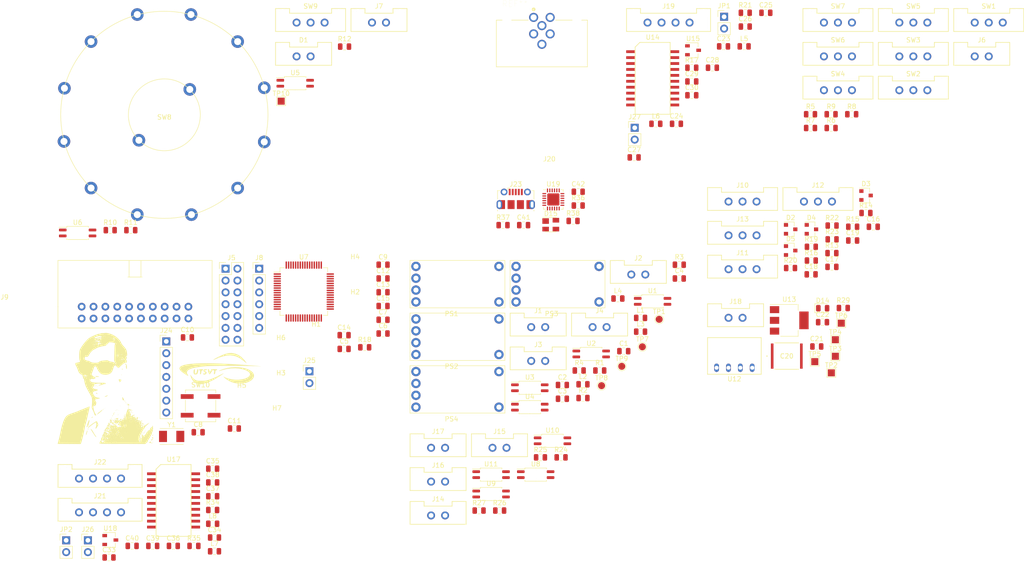
<source format=kicad_pcb>
(kicad_pcb (version 20171130) (host pcbnew "(5.1.5)-3")
  (layers (0 F.Cu signal) (31 B.Cu signal) (34 B.Paste user) (35 F.Paste user) (36 B.SilkS user) (37 F.SilkS user) (38 B.Mask user) (39 F.Mask user) (44 Edge.Cuts user))
  (net 0 "")
  (net 1 +12V)
  (net 2 GNDPWR)
  (net 3 GND)
  (net 4 /NRST)
  (net 5 +3V3)
  (net 6 "Net-(C7-Pad1)")
  (net 7 "Net-(C8-Pad1)")
  (net 8 "Net-(C10-Pad2)")
  (net 9 /Accel_Pot)
  (net 10 /Brake_Pot)
  (net 11 /Accel_Pot2)
  (net 12 /Brake_Pot2)
  (net 13 +5V)
  (net 14 "Net-(C38-Pad2)")
  (net 15 "Net-(C38-Pad1)")
  (net 16 /LEFT_BLINK)
  (net 17 /RIGHT_BLINK)
  (net 18 "Net-(D14-Pad2)")
  (net 19 "Net-(D15-Pad4)")
  (net 20 "Net-(D15-Pad3)")
  (net 21 "Net-(D15-Pad2)")
  (net 22 "Net-(J1-Pad2)")
  (net 23 "Net-(J1-Pad1)")
  (net 24 "Net-(J2-Pad2)")
  (net 25 "Net-(J2-Pad1)")
  (net 26 "Net-(J3-Pad2)")
  (net 27 "Net-(J3-Pad1)")
  (net 28 "Net-(J4-Pad2)")
  (net 29 "Net-(J4-Pad1)")
  (net 30 /M_CNCTR)
  (net 31 /RSVD_LED)
  (net 32 /CTRL_FAULT)
  (net 33 /A_CNCTR)
  (net 34 /BPS_FAULT)
  (net 35 /BPS_PWR)
  (net 36 /SWCLK)
  (net 37 /JTDO)
  (net 38 /JTDI)
  (net 39 /SWDIO)
  (net 40 "Net-(J9-Pad20)")
  (net 41 "Net-(J9-Pad19)")
  (net 42 "Net-(J9-Pad18)")
  (net 43 "Net-(J9-Pad15)")
  (net 44 "Net-(J9-Pad14)")
  (net 45 "Net-(J9-Pad13)")
  (net 46 "Net-(J9-Pad12)")
  (net 47 "Net-(J9-Pad10)")
  (net 48 "Net-(J9-Pad9)")
  (net 49 "Net-(J9-Pad8)")
  (net 50 "Net-(J9-Pad7)")
  (net 51 "Net-(J9-Pad6)")
  (net 52 "Net-(J9-Pad5)")
  (net 53 "Net-(J9-Pad4)")
  (net 54 "Net-(J9-Pad3)")
  (net 55 "Net-(J9-Pad2)")
  (net 56 "Net-(J10-Pad2)")
  (net 57 "Net-(J11-Pad2)")
  (net 58 "Net-(J12-Pad2)")
  (net 59 "Net-(J13-Pad2)")
  (net 60 "Net-(J14-Pad2)")
  (net 61 "Net-(J14-Pad1)")
  (net 62 "Net-(J15-Pad2)")
  (net 63 "Net-(J15-Pad1)")
  (net 64 "Net-(J16-Pad2)")
  (net 65 "Net-(J17-Pad2)")
  (net 66 /Car-CAN/CAN_H)
  (net 67 /Car-CAN/CAN_L)
  (net 68 "Net-(J23-Pad4)")
  (net 69 /Car-CAN/TERM_H)
  (net 70 "Net-(L1-Pad1)")
  (net 71 "Net-(L2-Pad1)")
  (net 72 "Net-(L3-Pad1)")
  (net 73 "Net-(L4-Pad1)")
  (net 74 "Net-(PS1-Pad3)")
  (net 75 "Net-(PS1-Pad2)")
  (net 76 "Net-(PS2-Pad3)")
  (net 77 "Net-(PS2-Pad2)")
  (net 78 "Net-(PS3-Pad3)")
  (net 79 "Net-(PS3-Pad2)")
  (net 80 "Net-(PS4-Pad3)")
  (net 81 "Net-(PS4-Pad2)")
  (net 82 "Net-(R1-Pad1)")
  (net 83 "Net-(R2-Pad1)")
  (net 84 "Net-(R3-Pad1)")
  (net 85 /IG1)
  (net 86 /IG2)
  (net 87 /RIGHT_SW)
  (net 88 /LEFT_SW)
  (net 89 "Net-(R12-Pad1)")
  (net 90 /HZD_SW)
  (net 91 "Net-(R18-Pad1)")
  (net 92 /M_PRCHG)
  (net 93 /A_PRCHG)
  (net 94 "Net-(R25-Pad1)")
  (net 95 "Net-(R26-Pad1)")
  (net 96 /Car-CAN/RSlope)
  (net 97 /CRUZ_ST)
  (net 98 /CRUZ_EN)
  (net 99 /FR_SW)
  (net 100 "Net-(U7-Pad54)")
  (net 101 "Net-(U7-Pad51)")
  (net 102 /UART3_Tx)
  (net 103 "Net-(U7-Pad23)")
  (net 104 "Net-(U7-Pad22)")
  (net 105 "Net-(U7-Pad21)")
  (net 106 "Net-(U17-Pad17)")
  (net 107 "Net-(U17-Pad9)")
  (net 108 "Net-(U17-Pad8)")
  (net 109 "Net-(U17-Pad6)")
  (net 110 "Net-(U19-Pad24)")
  (net 111 "Net-(U19-Pad23)")
  (net 112 "Net-(U19-Pad22)")
  (net 113 "Net-(U19-Pad19)")
  (net 114 "Net-(U19-Pad18)")
  (net 115 "Net-(U19-Pad17)")
  (net 116 "Net-(U19-Pad16)")
  (net 117 "Net-(U19-Pad15)")
  (net 118 "Net-(U19-Pad14)")
  (net 119 "Net-(U19-Pad13)")
  (net 120 "Net-(U19-Pad12)")
  (net 121 "Net-(U19-Pad11)")
  (net 122 "Net-(U19-Pad10)")
  (net 123 "Net-(U19-Pad1)")
  (net 124 "Net-(C27-Pad2)")
  (net 125 "Net-(C27-Pad1)")
  (net 126 "Net-(C28-Pad2)")
  (net 127 "Net-(C28-Pad1)")
  (net 128 "Net-(C37-Pad2)")
  (net 129 "Net-(C37-Pad1)")
  (net 130 /Motor_CAN/CAN_H)
  (net 131 /Motor_CAN/CAN_L)
  (net 132 /PA10)
  (net 133 /PA9)
  (net 134 /PA8)
  (net 135 /PC9)
  (net 136 /PC8)
  (net 137 /PC7)
  (net 138 /PC6)
  (net 139 /UART3_Rx)
  (net 140 /Motor_CAN/TERM_H)
  (net 141 /Motor_CAN/RSlope)
  (net 142 "Net-(R24-Pad1)")
  (net 143 "Net-(R36-Pad1)")
  (net 144 "Net-(R38-Pad2)")
  (net 145 "Net-(U14-Pad17)")
  (net 146 "Net-(U14-Pad9)")
  (net 147 "Net-(U14-Pad8)")
  (net 148 "Net-(U14-Pad6)")
  (net 149 "Net-(D1-Pad2)")
  (net 150 /Headlight_ON)
  (net 151 /ControlSwitches/Backup)
  (net 152 /PA3)
  (net 153 /PA2)
  (net 154 "Net-(J16-Pad1)")
  (net 155 "Net-(J17-Pad1)")
  (net 156 /BK_LIGHT)
  (net 157 "Net-(R4-Pad1)")
  (net 158 "Net-(R5-Pad1)")
  (net 159 "Net-(R6-Pad1)")
  (net 160 "Net-(R7-Pad1)")
  (net 161 "Net-(R27-Pad1)")
  (net 162 /Headlight_SW)
  (net 163 "Net-(SW8-Pad12)")
  (net 164 "Net-(SW8-Pad11)")
  (net 165 "Net-(SW8-Pad10)")
  (net 166 "Net-(SW8-Pad7)")
  (net 167 "Net-(SW8-Pad6)")
  (net 168 "Net-(SW8-Pad13)")
  (net 169 /CAN_Tx)
  (net 170 /CAN_Rx)
  (net 171 /MotorCAN_Tx)
  (net 172 /MotorCAN_Rx)
  (module Crystal:Crystal_SMD_TXC_7A-2Pin_5x3.2mm (layer F.Cu) (at 75.26 138.98)
    (fp_text reference Y1 (at 0 -2.5) (layer F.SilkS))
    (fp_text value Crystal)
    (pad 2 smd rect (at 1.85 0) (size 1.7 2.4) (layers F.Cu F.Paste F.Mask) (net 6 "Net-(C7-Pad1)"))
    (pad 1 smd rect (at -1.85 0) (size 1.7 2.4) (layers F.Cu F.Paste F.Mask) (net 7 "Net-(C8-Pad1)"))
  )
  (module Package_DFN_QFN:QFN-24-1EP_4x4mm_P0.5mm_EP2.6x2.6mm (layer F.Cu) (at 157.01 88.18)
    (fp_text reference U19 (at 0 -3.3) (layer F.SilkS))
    (fp_text value CP2102N-A01-GQFN24)
    (pad 24 smd roundrect (at -1.25 -1.9375) (size 0.25 0.825) (layers F.Cu F.Paste F.Mask) (net 110 "Net-(U19-Pad24)"))
    (pad 23 smd roundrect (at -0.75 -1.9375) (size 0.25 0.825) (layers F.Cu F.Paste F.Mask) (net 111 "Net-(U19-Pad23)"))
    (pad 22 smd roundrect (at -0.25 -1.9375) (size 0.25 0.825) (layers F.Cu F.Paste F.Mask) (net 112 "Net-(U19-Pad22)"))
    (pad 21 smd roundrect (at 0.25 -1.9375) (size 0.25 0.825) (layers F.Cu F.Paste F.Mask) (net 102 /UART3_Tx))
    (pad 20 smd roundrect (at 0.75 -1.9375) (size 0.25 0.825) (layers F.Cu F.Paste F.Mask) (net 139 /UART3_Rx))
    (pad 19 smd roundrect (at 1.25 -1.9375) (size 0.25 0.825) (layers F.Cu F.Paste F.Mask) (net 113 "Net-(U19-Pad19)"))
    (pad 18 smd roundrect (at 1.9375 -1.25) (size 0.825 0.25) (layers F.Cu F.Paste F.Mask) (net 114 "Net-(U19-Pad18)"))
    (pad 17 smd roundrect (at 1.9375 -0.75) (size 0.825 0.25) (layers F.Cu F.Paste F.Mask) (net 115 "Net-(U19-Pad17)"))
    (pad 16 smd roundrect (at 1.9375 -0.25) (size 0.825 0.25) (layers F.Cu F.Paste F.Mask) (net 116 "Net-(U19-Pad16)"))
    (pad 15 smd roundrect (at 1.9375 0.25) (size 0.825 0.25) (layers F.Cu F.Paste F.Mask) (net 117 "Net-(U19-Pad15)"))
    (pad 14 smd roundrect (at 1.9375 0.75) (size 0.825 0.25) (layers F.Cu F.Paste F.Mask) (net 118 "Net-(U19-Pad14)"))
    (pad 13 smd roundrect (at 1.9375 1.25) (size 0.825 0.25) (layers F.Cu F.Paste F.Mask) (net 119 "Net-(U19-Pad13)"))
    (pad 12 smd roundrect (at 1.25 1.9375) (size 0.25 0.825) (layers F.Cu F.Paste F.Mask) (net 120 "Net-(U19-Pad12)"))
    (pad 11 smd roundrect (at 0.75 1.9375) (size 0.25 0.825) (layers F.Cu F.Paste F.Mask) (net 121 "Net-(U19-Pad11)"))
    (pad 10 smd roundrect (at 0.25 1.9375) (size 0.25 0.825) (layers F.Cu F.Paste F.Mask) (net 122 "Net-(U19-Pad10)"))
    (pad 9 smd roundrect (at -0.25 1.9375) (size 0.25 0.825) (layers F.Cu F.Paste F.Mask) (net 144 "Net-(R38-Pad2)"))
    (pad 8 smd roundrect (at -0.75 1.9375) (size 0.25 0.825) (layers F.Cu F.Paste F.Mask) (net 143 "Net-(R36-Pad1)"))
    (pad 7 smd roundrect (at -1.25 1.9375) (size 0.25 0.825) (layers F.Cu F.Paste F.Mask) (net 5 +3V3))
    (pad 6 smd roundrect (at -1.9375 1.25) (size 0.825 0.25) (layers F.Cu F.Paste F.Mask) (net 5 +3V3))
    (pad 5 smd roundrect (at -1.9375 0.75) (size 0.825 0.25) (layers F.Cu F.Paste F.Mask) (net 5 +3V3))
    (pad 4 smd roundrect (at -1.9375 0.25) (size 0.825 0.25) (layers F.Cu F.Paste F.Mask) (net 20 "Net-(D15-Pad3)"))
    (pad 3 smd roundrect (at -1.9375 -0.25) (size 0.825 0.25) (layers F.Cu F.Paste F.Mask) (net 19 "Net-(D15-Pad4)"))
    (pad 2 smd roundrect (at -1.9375 -0.75) (size 0.825 0.25) (layers F.Cu F.Paste F.Mask) (net 3 GND))
    (pad 1 smd roundrect (at -1.9375 -1.25) (size 0.825 0.25) (layers F.Cu F.Paste F.Mask) (net 123 "Net-(U19-Pad1)"))
    (pad 25 smd roundrect (at 0 0) (size 2.6 2.6) (layers F.Cu F.Mask) (roundrect_rratio 0.096154) (net 3 GND))
  )
  (module Package_TO_SOT_SMD:SOT-23W (layer F.Cu) (at 62.12 161.19)
    (fp_text reference U18 (at 0 -2.5) (layer F.SilkS))
    (fp_text value CDSOT23-T24CAN)
    (pad 3 smd rect (at 1.2 0) (size 1 0.7) (layers F.Cu F.Paste F.Mask) (net 14 "Net-(C38-Pad2)"))
    (pad 2 smd rect (at -1.2 0.95) (size 1 0.7) (layers F.Cu F.Paste F.Mask) (net 67 /Car-CAN/CAN_L))
    (pad 1 smd rect (at -1.2 -0.95) (size 1 0.7) (layers F.Cu F.Paste F.Mask) (net 66 /Car-CAN/CAN_H))
  )
  (module UTSVT_ICs:SOIC-20W_7.5x15.4mm_Pitch1.27mm (layer F.Cu) (at 75.669999 152.7)
    (fp_text reference U17 (at 0 -8.8) (layer F.SilkS))
    (fp_text value ADM3055E)
    (pad 20 smd rect (at 4.7 -5.715) (size 1.95 0.6) (layers F.Cu F.Paste F.Mask) (net 128 "Net-(C37-Pad2)"))
    (pad 19 smd rect (at 4.7 -4.445) (size 1.95 0.6) (layers F.Cu F.Paste F.Mask) (net 129 "Net-(C37-Pad1)"))
    (pad 18 smd rect (at 4.7 -3.175) (size 1.95 0.6) (layers F.Cu F.Paste F.Mask) (net 128 "Net-(C37-Pad2)"))
    (pad 17 smd rect (at 4.7 -1.905) (size 1.95 0.6) (layers F.Cu F.Paste F.Mask) (net 106 "Net-(U17-Pad17)"))
    (pad 16 smd rect (at 4.7 -0.635) (size 1.95 0.6) (layers F.Cu F.Paste F.Mask) (net 15 "Net-(C38-Pad1)"))
    (pad 15 smd rect (at 4.7 0.635) (size 1.95 0.6) (layers F.Cu F.Paste F.Mask) (net 14 "Net-(C38-Pad2)"))
    (pad 14 smd rect (at 4.7 1.905) (size 1.95 0.6) (layers F.Cu F.Paste F.Mask) (net 66 /Car-CAN/CAN_H))
    (pad 13 smd rect (at 4.7 3.175) (size 1.95 0.6) (layers F.Cu F.Paste F.Mask) (net 67 /Car-CAN/CAN_L))
    (pad 12 smd rect (at 4.7 4.445) (size 1.95 0.6) (layers F.Cu F.Paste F.Mask) (net 96 /Car-CAN/RSlope))
    (pad 11 smd rect (at 4.7 5.715) (size 1.95 0.6) (layers F.Cu F.Paste F.Mask) (net 14 "Net-(C38-Pad2)"))
    (pad 10 smd rect (at -4.7 5.715) (size 1.95 0.6) (layers F.Cu F.Paste F.Mask) (net 3 GND))
    (pad 9 smd rect (at -4.7 4.445) (size 1.95 0.6) (layers F.Cu F.Paste F.Mask) (net 107 "Net-(U17-Pad9)"))
    (pad 8 smd rect (at -4.7 3.175) (size 1.95 0.6) (layers F.Cu F.Paste F.Mask) (net 108 "Net-(U17-Pad8)"))
    (pad 7 smd rect (at -4.7 1.905) (size 1.95 0.6) (layers F.Cu F.Paste F.Mask) (net 169 /CAN_Tx))
    (pad 6 smd rect (at -4.7 0.635) (size 1.95 0.6) (layers F.Cu F.Paste F.Mask) (net 109 "Net-(U17-Pad6)"))
    (pad 5 smd rect (at -4.7 -0.635) (size 1.95 0.6) (layers F.Cu F.Paste F.Mask) (net 170 /CAN_Rx))
    (pad 4 smd rect (at -4.7 -1.905) (size 1.95 0.6) (layers F.Cu F.Paste F.Mask) (net 5 +3V3))
    (pad 3 smd rect (at -4.7 -3.175) (size 1.95 0.6) (layers F.Cu F.Paste F.Mask) (net 13 +5V))
    (pad 2 smd rect (at -4.7 -4.445) (size 1.95 0.6) (layers F.Cu F.Paste F.Mask) (net 3 GND))
    (pad 1 smd rect (at -4.7 -5.715) (size 1.95 0.6) (layers F.Cu F.Paste F.Mask) (net 3 GND))
  )
  (module Package_TO_SOT_SMD:SOT-23W (layer F.Cu) (at 186.94 56.2)
    (fp_text reference U15 (at 0 -2.5) (layer F.SilkS))
    (fp_text value CDSOT23-T24CAN)
    (pad 3 smd rect (at 1.2 0) (size 1 0.7) (layers F.Cu F.Paste F.Mask) (net 126 "Net-(C28-Pad2)"))
    (pad 2 smd rect (at -1.2 0.95) (size 1 0.7) (layers F.Cu F.Paste F.Mask) (net 131 /Motor_CAN/CAN_L))
    (pad 1 smd rect (at -1.2 -0.95) (size 1 0.7) (layers F.Cu F.Paste F.Mask) (net 130 /Motor_CAN/CAN_H))
  )
  (module UTSVT_ICs:SOIC-20W_7.5x15.4mm_Pitch1.27mm (layer F.Cu) (at 178.289999 62.21)
    (fp_text reference U14 (at 0 -8.8) (layer F.SilkS))
    (fp_text value ADM3055E)
    (pad 20 smd rect (at 4.7 -5.715) (size 1.95 0.6) (layers F.Cu F.Paste F.Mask) (net 124 "Net-(C27-Pad2)"))
    (pad 19 smd rect (at 4.7 -4.445) (size 1.95 0.6) (layers F.Cu F.Paste F.Mask) (net 125 "Net-(C27-Pad1)"))
    (pad 18 smd rect (at 4.7 -3.175) (size 1.95 0.6) (layers F.Cu F.Paste F.Mask) (net 124 "Net-(C27-Pad2)"))
    (pad 17 smd rect (at 4.7 -1.905) (size 1.95 0.6) (layers F.Cu F.Paste F.Mask) (net 145 "Net-(U14-Pad17)"))
    (pad 16 smd rect (at 4.7 -0.635) (size 1.95 0.6) (layers F.Cu F.Paste F.Mask) (net 127 "Net-(C28-Pad1)"))
    (pad 15 smd rect (at 4.7 0.635) (size 1.95 0.6) (layers F.Cu F.Paste F.Mask) (net 126 "Net-(C28-Pad2)"))
    (pad 14 smd rect (at 4.7 1.905) (size 1.95 0.6) (layers F.Cu F.Paste F.Mask) (net 130 /Motor_CAN/CAN_H))
    (pad 13 smd rect (at 4.7 3.175) (size 1.95 0.6) (layers F.Cu F.Paste F.Mask) (net 131 /Motor_CAN/CAN_L))
    (pad 12 smd rect (at 4.7 4.445) (size 1.95 0.6) (layers F.Cu F.Paste F.Mask) (net 141 /Motor_CAN/RSlope))
    (pad 11 smd rect (at 4.7 5.715) (size 1.95 0.6) (layers F.Cu F.Paste F.Mask) (net 126 "Net-(C28-Pad2)"))
    (pad 10 smd rect (at -4.7 5.715) (size 1.95 0.6) (layers F.Cu F.Paste F.Mask) (net 3 GND))
    (pad 9 smd rect (at -4.7 4.445) (size 1.95 0.6) (layers F.Cu F.Paste F.Mask) (net 146 "Net-(U14-Pad9)"))
    (pad 8 smd rect (at -4.7 3.175) (size 1.95 0.6) (layers F.Cu F.Paste F.Mask) (net 147 "Net-(U14-Pad8)"))
    (pad 7 smd rect (at -4.7 1.905) (size 1.95 0.6) (layers F.Cu F.Paste F.Mask) (net 171 /MotorCAN_Tx))
    (pad 6 smd rect (at -4.7 0.635) (size 1.95 0.6) (layers F.Cu F.Paste F.Mask) (net 148 "Net-(U14-Pad6)"))
    (pad 5 smd rect (at -4.7 -0.635) (size 1.95 0.6) (layers F.Cu F.Paste F.Mask) (net 172 /MotorCAN_Rx))
    (pad 4 smd rect (at -4.7 -1.905) (size 1.95 0.6) (layers F.Cu F.Paste F.Mask) (net 5 +3V3))
    (pad 3 smd rect (at -4.7 -3.175) (size 1.95 0.6) (layers F.Cu F.Paste F.Mask) (net 13 +5V))
    (pad 2 smd rect (at -4.7 -4.445) (size 1.95 0.6) (layers F.Cu F.Paste F.Mask) (net 3 GND))
    (pad 1 smd rect (at -4.7 -5.715) (size 1.95 0.6) (layers F.Cu F.Paste F.Mask) (net 3 GND))
  )
  (module Package_TO_SOT_SMD:SOT-223-3_TabPin2 (layer F.Cu) (at 207.54 114.1)
    (fp_text reference U13 (at 0 -4.5) (layer F.SilkS))
    (fp_text value NCP1117-3.3_SOT223)
    (pad 1 smd rect (at -3.15 -2.3) (size 2 1.5) (layers F.Cu F.Paste F.Mask) (net 3 GND))
    (pad 3 smd rect (at -3.15 2.3) (size 2 1.5) (layers F.Cu F.Paste F.Mask) (net 13 +5V))
    (pad 2 smd rect (at -3.15 0) (size 2 1.5) (layers F.Cu F.Paste F.Mask) (net 5 +3V3))
    (pad 2 smd rect (at 3.15 0) (size 2 3.8) (layers F.Cu F.Paste F.Mask) (net 5 +3V3))
  )
  (module UTSVT_ICs:RI3_DC_Converter (layer F.Cu) (at 195.79 124.26)
    (fp_text reference U12 (at 0 2.4) (layer F.SilkS))
    (fp_text value RI3-1205S)
    (pad 4 thru_hole oval (at 3.81 0) (size 1 1.8) (drill 0.85) (layers *.Cu *.Mask) (net 13 +5V))
    (pad 3 thru_hole oval (at 1.27 0) (size 1 1.8) (drill 0.85) (layers *.Cu *.Mask) (net 3 GND))
    (pad 2 thru_hole oval (at -1.27 0) (size 1 1.8) (drill 0.85) (layers *.Cu *.Mask) (net 1 +12V))
    (pad 1 thru_hole oval (at -3.81 0) (size 1 1.8) (drill 0.85) (layers *.Cu *.Mask) (net 2 GNDPWR))
  )
  (module Package_SO:SOP-4_4.4x2.6mm_P1.27mm (layer F.Cu) (at 143.68 147.17)
    (fp_text reference U11 (at 0 -2.25) (layer F.SilkS))
    (fp_text value EL3H7)
    (pad 4 smd roundrect (at 3.1875 -0.635) (size 1.625 0.6) (layers F.Cu F.Paste F.Mask) (net 155 "Net-(J17-Pad1)"))
    (pad 3 smd roundrect (at 3.1875 0.635) (size 1.625 0.6) (layers F.Cu F.Paste F.Mask) (net 65 "Net-(J17-Pad2)"))
    (pad 2 smd roundrect (at -3.1875 0.635) (size 1.625 0.6) (layers F.Cu F.Paste F.Mask) (net 3 GND))
    (pad 1 smd roundrect (at -3.1875 -0.635) (size 1.625 0.6) (layers F.Cu F.Paste F.Mask) (net 161 "Net-(R27-Pad1)"))
  )
  (module Package_SO:SOP-4_4.4x2.6mm_P1.27mm (layer F.Cu) (at 156.83 139.92)
    (fp_text reference U10 (at 0 -2.25) (layer F.SilkS))
    (fp_text value EL3H7)
    (pad 4 smd roundrect (at 3.1875 -0.635) (size 1.625 0.6) (layers F.Cu F.Paste F.Mask) (net 154 "Net-(J16-Pad1)"))
    (pad 3 smd roundrect (at 3.1875 0.635) (size 1.625 0.6) (layers F.Cu F.Paste F.Mask) (net 64 "Net-(J16-Pad2)"))
    (pad 2 smd roundrect (at -3.1875 0.635) (size 1.625 0.6) (layers F.Cu F.Paste F.Mask) (net 3 GND))
    (pad 1 smd roundrect (at -3.1875 -0.635) (size 1.625 0.6) (layers F.Cu F.Paste F.Mask) (net 95 "Net-(R26-Pad1)"))
  )
  (module Package_SO:SOP-4_4.4x2.6mm_P1.27mm (layer F.Cu) (at 143.68 151.32)
    (fp_text reference U9 (at 0 -2.25) (layer F.SilkS))
    (fp_text value EL3H7)
    (pad 4 smd roundrect (at 3.1875 -0.635) (size 1.625 0.6) (layers F.Cu F.Paste F.Mask) (net 63 "Net-(J15-Pad1)"))
    (pad 3 smd roundrect (at 3.1875 0.635) (size 1.625 0.6) (layers F.Cu F.Paste F.Mask) (net 62 "Net-(J15-Pad2)"))
    (pad 2 smd roundrect (at -3.1875 0.635) (size 1.625 0.6) (layers F.Cu F.Paste F.Mask) (net 3 GND))
    (pad 1 smd roundrect (at -3.1875 -0.635) (size 1.625 0.6) (layers F.Cu F.Paste F.Mask) (net 94 "Net-(R25-Pad1)"))
  )
  (module Package_SO:SOP-4_4.4x2.6mm_P1.27mm (layer F.Cu) (at 153.23 147.17)
    (fp_text reference U8 (at 0 -2.25) (layer F.SilkS))
    (fp_text value EL3H7)
    (pad 4 smd roundrect (at 3.1875 -0.635) (size 1.625 0.6) (layers F.Cu F.Paste F.Mask) (net 61 "Net-(J14-Pad1)"))
    (pad 3 smd roundrect (at 3.1875 0.635) (size 1.625 0.6) (layers F.Cu F.Paste F.Mask) (net 60 "Net-(J14-Pad2)"))
    (pad 2 smd roundrect (at -3.1875 0.635) (size 1.625 0.6) (layers F.Cu F.Paste F.Mask) (net 3 GND))
    (pad 1 smd roundrect (at -3.1875 -0.635) (size 1.625 0.6) (layers F.Cu F.Paste F.Mask) (net 142 "Net-(R24-Pad1)"))
  )
  (module Package_QFP:LQFP-64_10x10mm_P0.5mm (layer F.Cu) (at 103.56 107.92)
    (fp_text reference U7 (at 0 -7.4) (layer F.SilkS))
    (fp_text value STM32F413RHTx)
    (pad 64 smd roundrect (at -3.75 -5.675) (size 0.3 1.55) (layers F.Cu F.Paste F.Mask) (net 5 +3V3))
    (pad 63 smd roundrect (at -3.25 -5.675) (size 0.3 1.55) (layers F.Cu F.Paste F.Mask) (net 3 GND))
    (pad 62 smd roundrect (at -2.75 -5.675) (size 0.3 1.55) (layers F.Cu F.Paste F.Mask) (net 90 /HZD_SW))
    (pad 61 smd roundrect (at -2.25 -5.675) (size 0.3 1.55) (layers F.Cu F.Paste F.Mask) (net 99 /FR_SW))
    (pad 60 smd roundrect (at -1.75 -5.675) (size 0.3 1.55) (layers F.Cu F.Paste F.Mask) (net 91 "Net-(R18-Pad1)"))
    (pad 59 smd roundrect (at -1.25 -5.675) (size 0.3 1.55) (layers F.Cu F.Paste F.Mask) (net 33 /A_CNCTR))
    (pad 58 smd roundrect (at -0.75 -5.675) (size 0.3 1.55) (layers F.Cu F.Paste F.Mask) (net 93 /A_PRCHG))
    (pad 57 smd roundrect (at -0.25 -5.675) (size 0.3 1.55) (layers F.Cu F.Paste F.Mask) (net 30 /M_CNCTR))
    (pad 56 smd roundrect (at 0.25 -5.675) (size 0.3 1.55) (layers F.Cu F.Paste F.Mask) (net 92 /M_PRCHG))
    (pad 55 smd roundrect (at 0.75 -5.675) (size 0.3 1.55) (layers F.Cu F.Paste F.Mask) (net 37 /JTDO))
    (pad 54 smd roundrect (at 1.25 -5.675) (size 0.3 1.55) (layers F.Cu F.Paste F.Mask) (net 100 "Net-(U7-Pad54)"))
    (pad 53 smd roundrect (at 1.75 -5.675) (size 0.3 1.55) (layers F.Cu F.Paste F.Mask) (net 32 /CTRL_FAULT))
    (pad 52 smd roundrect (at 2.25 -5.675) (size 0.3 1.55) (layers F.Cu F.Paste F.Mask) (net 34 /BPS_FAULT))
    (pad 51 smd roundrect (at 2.75 -5.675) (size 0.3 1.55) (layers F.Cu F.Paste F.Mask) (net 101 "Net-(U7-Pad51)"))
    (pad 50 smd roundrect (at 3.25 -5.675) (size 0.3 1.55) (layers F.Cu F.Paste F.Mask) (net 38 /JTDI))
    (pad 49 smd roundrect (at 3.75 -5.675) (size 0.3 1.55) (layers F.Cu F.Paste F.Mask) (net 36 /SWCLK))
    (pad 48 smd roundrect (at 5.675 -3.75) (size 1.55 0.3) (layers F.Cu F.Paste F.Mask) (net 5 +3V3))
    (pad 47 smd roundrect (at 5.675 -3.25) (size 1.55 0.3) (layers F.Cu F.Paste F.Mask) (net 3 GND))
    (pad 46 smd roundrect (at 5.675 -2.75) (size 1.55 0.3) (layers F.Cu F.Paste F.Mask) (net 39 /SWDIO))
    (pad 45 smd roundrect (at 5.675 -2.25) (size 1.55 0.3) (layers F.Cu F.Paste F.Mask) (net 169 /CAN_Tx))
    (pad 44 smd roundrect (at 5.675 -1.75) (size 1.55 0.3) (layers F.Cu F.Paste F.Mask) (net 170 /CAN_Rx))
    (pad 43 smd roundrect (at 5.675 -1.25) (size 1.55 0.3) (layers F.Cu F.Paste F.Mask) (net 132 /PA10))
    (pad 42 smd roundrect (at 5.675 -0.75) (size 1.55 0.3) (layers F.Cu F.Paste F.Mask) (net 133 /PA9))
    (pad 41 smd roundrect (at 5.675 -0.25) (size 1.55 0.3) (layers F.Cu F.Paste F.Mask) (net 134 /PA8))
    (pad 40 smd roundrect (at 5.675 0.25) (size 1.55 0.3) (layers F.Cu F.Paste F.Mask) (net 135 /PC9))
    (pad 39 smd roundrect (at 5.675 0.75) (size 1.55 0.3) (layers F.Cu F.Paste F.Mask) (net 136 /PC8))
    (pad 38 smd roundrect (at 5.675 1.25) (size 1.55 0.3) (layers F.Cu F.Paste F.Mask) (net 137 /PC7))
    (pad 37 smd roundrect (at 5.675 1.75) (size 1.55 0.3) (layers F.Cu F.Paste F.Mask) (net 138 /PC6))
    (pad 36 smd roundrect (at 5.675 2.25) (size 1.55 0.3) (layers F.Cu F.Paste F.Mask) (net 86 /IG2))
    (pad 35 smd roundrect (at 5.675 2.75) (size 1.55 0.3) (layers F.Cu F.Paste F.Mask) (net 85 /IG1))
    (pad 34 smd roundrect (at 5.675 3.25) (size 1.55 0.3) (layers F.Cu F.Paste F.Mask) (net 171 /MotorCAN_Tx))
    (pad 33 smd roundrect (at 5.675 3.75) (size 1.55 0.3) (layers F.Cu F.Paste F.Mask) (net 172 /MotorCAN_Rx))
    (pad 32 smd roundrect (at 3.75 5.675) (size 0.3 1.55) (layers F.Cu F.Paste F.Mask) (net 5 +3V3))
    (pad 31 smd roundrect (at 3.25 5.675) (size 0.3 1.55) (layers F.Cu F.Paste F.Mask) (net 3 GND))
    (pad 30 smd roundrect (at 2.75 5.675) (size 0.3 1.55) (layers F.Cu F.Paste F.Mask) (net 8 "Net-(C10-Pad2)"))
    (pad 29 smd roundrect (at 2.25 5.675) (size 0.3 1.55) (layers F.Cu F.Paste F.Mask) (net 102 /UART3_Tx))
    (pad 28 smd roundrect (at 1.75 5.675) (size 0.3 1.55) (layers F.Cu F.Paste F.Mask) (net 88 /LEFT_SW))
    (pad 27 smd roundrect (at 1.25 5.675) (size 0.3 1.55) (layers F.Cu F.Paste F.Mask) (net 87 /RIGHT_SW))
    (pad 26 smd roundrect (at 0.75 5.675) (size 0.3 1.55) (layers F.Cu F.Paste F.Mask) (net 150 /Headlight_ON))
    (pad 25 smd roundrect (at 0.25 5.675) (size 0.3 1.55) (layers F.Cu F.Paste F.Mask) (net 139 /UART3_Rx))
    (pad 24 smd roundrect (at -0.25 5.675) (size 0.3 1.55) (layers F.Cu F.Paste F.Mask) (net 162 /Headlight_SW))
    (pad 23 smd roundrect (at -0.75 5.675) (size 0.3 1.55) (layers F.Cu F.Paste F.Mask) (net 103 "Net-(U7-Pad23)"))
    (pad 22 smd roundrect (at -1.25 5.675) (size 0.3 1.55) (layers F.Cu F.Paste F.Mask) (net 104 "Net-(U7-Pad22)"))
    (pad 21 smd roundrect (at -1.75 5.675) (size 0.3 1.55) (layers F.Cu F.Paste F.Mask) (net 105 "Net-(U7-Pad21)"))
    (pad 20 smd roundrect (at -2.25 5.675) (size 0.3 1.55) (layers F.Cu F.Paste F.Mask) (net 156 /BK_LIGHT))
    (pad 19 smd roundrect (at -2.75 5.675) (size 0.3 1.55) (layers F.Cu F.Paste F.Mask) (net 5 +3V3))
    (pad 18 smd roundrect (at -3.25 5.675) (size 0.3 1.55) (layers F.Cu F.Paste F.Mask) (net 3 GND))
    (pad 17 smd roundrect (at -3.75 5.675) (size 0.3 1.55) (layers F.Cu F.Paste F.Mask) (net 152 /PA3))
    (pad 16 smd roundrect (at -5.675 3.75) (size 1.55 0.3) (layers F.Cu F.Paste F.Mask) (net 153 /PA2))
    (pad 15 smd roundrect (at -5.675 3.25) (size 1.55 0.3) (layers F.Cu F.Paste F.Mask) (net 17 /RIGHT_BLINK))
    (pad 14 smd roundrect (at -5.675 2.75) (size 1.55 0.3) (layers F.Cu F.Paste F.Mask) (net 16 /LEFT_BLINK))
    (pad 13 smd roundrect (at -5.675 2.25) (size 1.55 0.3) (layers F.Cu F.Paste F.Mask) (net 5 +3V3))
    (pad 12 smd roundrect (at -5.675 1.75) (size 1.55 0.3) (layers F.Cu F.Paste F.Mask) (net 3 GND))
    (pad 11 smd roundrect (at -5.675 1.25) (size 1.55 0.3) (layers F.Cu F.Paste F.Mask) (net 12 /Brake_Pot2))
    (pad 10 smd roundrect (at -5.675 0.75) (size 1.55 0.3) (layers F.Cu F.Paste F.Mask) (net 11 /Accel_Pot2))
    (pad 9 smd roundrect (at -5.675 0.25) (size 1.55 0.3) (layers F.Cu F.Paste F.Mask) (net 10 /Brake_Pot))
    (pad 8 smd roundrect (at -5.675 -0.25) (size 1.55 0.3) (layers F.Cu F.Paste F.Mask) (net 9 /Accel_Pot))
    (pad 7 smd roundrect (at -5.675 -0.75) (size 1.55 0.3) (layers F.Cu F.Paste F.Mask) (net 4 /NRST))
    (pad 6 smd roundrect (at -5.675 -1.25) (size 1.55 0.3) (layers F.Cu F.Paste F.Mask) (net 7 "Net-(C8-Pad1)"))
    (pad 5 smd roundrect (at -5.675 -1.75) (size 1.55 0.3) (layers F.Cu F.Paste F.Mask) (net 6 "Net-(C7-Pad1)"))
    (pad 4 smd roundrect (at -5.675 -2.25) (size 1.55 0.3) (layers F.Cu F.Paste F.Mask) (net 97 /CRUZ_ST))
    (pad 3 smd roundrect (at -5.675 -2.75) (size 1.55 0.3) (layers F.Cu F.Paste F.Mask) (net 98 /CRUZ_EN))
    (pad 2 smd roundrect (at -5.675 -3.25) (size 1.55 0.3) (layers F.Cu F.Paste F.Mask) (net 31 /RSVD_LED))
    (pad 1 smd roundrect (at -5.675 -3.75) (size 1.55 0.3) (layers F.Cu F.Paste F.Mask) (net 5 +3V3))
  )
  (module Package_SO:SOP-4_4.4x2.6mm_P1.27mm (layer F.Cu) (at 55.12 95.36)
    (fp_text reference U6 (at 0 -2.25) (layer F.SilkS))
    (fp_text value EL3H7)
    (pad 4 smd roundrect (at 3.1875 -0.635) (size 1.625 0.6) (layers F.Cu F.Paste F.Mask) (net 86 /IG2))
    (pad 3 smd roundrect (at 3.1875 0.635) (size 1.625 0.6) (layers F.Cu F.Paste F.Mask) (net 3 GND))
    (pad 2 smd roundrect (at -3.1875 0.635) (size 1.625 0.6) (layers F.Cu F.Paste F.Mask) (net 2 GNDPWR))
    (pad 1 smd roundrect (at -3.1875 -0.635) (size 1.625 0.6) (layers F.Cu F.Paste F.Mask) (net 166 "Net-(SW8-Pad7)"))
  )
  (module Package_SO:SOP-4_4.4x2.6mm_P1.27mm (layer F.Cu) (at 101.72 63.26)
    (fp_text reference U5 (at 0 -2.25) (layer F.SilkS))
    (fp_text value EL3H7)
    (pad 4 smd roundrect (at 3.1875 -0.635) (size 1.625 0.6) (layers F.Cu F.Paste F.Mask) (net 85 /IG1))
    (pad 3 smd roundrect (at 3.1875 0.635) (size 1.625 0.6) (layers F.Cu F.Paste F.Mask) (net 3 GND))
    (pad 2 smd roundrect (at -3.1875 0.635) (size 1.625 0.6) (layers F.Cu F.Paste F.Mask) (net 2 GNDPWR))
    (pad 1 smd roundrect (at -3.1875 -0.635) (size 1.625 0.6) (layers F.Cu F.Paste F.Mask) (net 165 "Net-(SW8-Pad10)"))
  )
  (module Package_SO:SOP-4_4.4x2.6mm_P1.27mm (layer F.Cu) (at 151.97 132.7)
    (fp_text reference U4 (at 0 -2.25) (layer F.SilkS))
    (fp_text value EL3H7)
    (pad 4 smd roundrect (at 3.1875 -0.635) (size 1.625 0.6) (layers F.Cu F.Paste F.Mask) (net 1 +12V))
    (pad 3 smd roundrect (at 3.1875 0.635) (size 1.625 0.6) (layers F.Cu F.Paste F.Mask) (net 80 "Net-(PS4-Pad3)"))
    (pad 2 smd roundrect (at -3.1875 0.635) (size 1.625 0.6) (layers F.Cu F.Paste F.Mask) (net 3 GND))
    (pad 1 smd roundrect (at -3.1875 -0.635) (size 1.625 0.6) (layers F.Cu F.Paste F.Mask) (net 157 "Net-(R4-Pad1)"))
  )
  (module Package_SO:SOP-4_4.4x2.6mm_P1.27mm (layer F.Cu) (at 151.97 128.55)
    (fp_text reference U3 (at 0 -2.25) (layer F.SilkS))
    (fp_text value EL3H7)
    (pad 4 smd roundrect (at 3.1875 -0.635) (size 1.625 0.6) (layers F.Cu F.Paste F.Mask) (net 1 +12V))
    (pad 3 smd roundrect (at 3.1875 0.635) (size 1.625 0.6) (layers F.Cu F.Paste F.Mask) (net 78 "Net-(PS3-Pad3)"))
    (pad 2 smd roundrect (at -3.1875 0.635) (size 1.625 0.6) (layers F.Cu F.Paste F.Mask) (net 3 GND))
    (pad 1 smd roundrect (at -3.1875 -0.635) (size 1.625 0.6) (layers F.Cu F.Paste F.Mask) (net 84 "Net-(R3-Pad1)"))
  )
  (module Package_SO:SOP-4_4.4x2.6mm_P1.27mm (layer F.Cu) (at 165.12 121.3)
    (fp_text reference U2 (at 0 -2.25) (layer F.SilkS))
    (fp_text value EL3H7)
    (pad 4 smd roundrect (at 3.1875 -0.635) (size 1.625 0.6) (layers F.Cu F.Paste F.Mask) (net 1 +12V))
    (pad 3 smd roundrect (at 3.1875 0.635) (size 1.625 0.6) (layers F.Cu F.Paste F.Mask) (net 76 "Net-(PS2-Pad3)"))
    (pad 2 smd roundrect (at -3.1875 0.635) (size 1.625 0.6) (layers F.Cu F.Paste F.Mask) (net 3 GND))
    (pad 1 smd roundrect (at -3.1875 -0.635) (size 1.625 0.6) (layers F.Cu F.Paste F.Mask) (net 83 "Net-(R2-Pad1)"))
  )
  (module Package_SO:SOP-4_4.4x2.6mm_P1.27mm (layer F.Cu) (at 178.27 110.02)
    (fp_text reference U1 (at 0 -2.25) (layer F.SilkS))
    (fp_text value EL3H7)
    (pad 4 smd roundrect (at 3.1875 -0.635) (size 1.625 0.6) (layers F.Cu F.Paste F.Mask) (net 1 +12V))
    (pad 3 smd roundrect (at 3.1875 0.635) (size 1.625 0.6) (layers F.Cu F.Paste F.Mask) (net 74 "Net-(PS1-Pad3)"))
    (pad 2 smd roundrect (at -3.1875 0.635) (size 1.625 0.6) (layers F.Cu F.Paste F.Mask) (net 3 GND))
    (pad 1 smd roundrect (at -3.1875 -0.635) (size 1.625 0.6) (layers F.Cu F.Paste F.Mask) (net 82 "Net-(R1-Pad1)"))
  )
  (module TestPoint:TestPoint_Pad_1.5x1.5mm (layer F.Cu) (at 98.72 67.11)
    (fp_text reference TP10 (at 0 -1.648) (layer F.SilkS))
    (fp_text value POWER)
    (pad 1 smd rect (at 0 0) (size 1.5 1.5) (layers F.Cu F.Mask) (net 164 "Net-(SW8-Pad11)"))
  )
  (module TestPoint:TestPoint_Pad_D1.5mm (layer F.Cu) (at 171.67 123.95)
    (fp_text reference TP9 (at 0 -1.648) (layer F.SilkS))
    (fp_text value Headlight_PWR)
    (pad 1 smd circle (at 0 0) (size 1.5 1.5) (layers F.Cu F.Mask) (net 150 /Headlight_ON))
  )
  (module TestPoint:TestPoint_Pad_D1.5mm (layer F.Cu) (at 167.34 128.1)
    (fp_text reference TP8 (at 0 -1.648) (layer F.SilkS))
    (fp_text value BK_LIGHT)
    (pad 1 smd circle (at 0 0) (size 1.5 1.5) (layers F.Cu F.Mask) (net 156 /BK_LIGHT))
  )
  (module TestPoint:TestPoint_Pad_D1.5mm (layer F.Cu) (at 176.08 119.77)
    (fp_text reference TP7 (at 0 -1.648) (layer F.SilkS))
    (fp_text value RIGHT_BLINK)
    (pad 1 smd circle (at 0 0) (size 1.5 1.5) (layers F.Cu F.Mask) (net 17 /RIGHT_BLINK))
  )
  (module TestPoint:TestPoint_Pad_1.5x1.5mm (layer F.Cu) (at 218.69 114.7)
    (fp_text reference TP6 (at 0 -1.648) (layer F.SilkS))
    (fp_text value +3.3V_TP)
    (pad 1 smd rect (at 0 0) (size 1.5 1.5) (layers F.Cu F.Mask) (net 5 +3V3))
  )
  (module TestPoint:TestPoint_Pad_1.5x1.5mm (layer F.Cu) (at 213.01 122.95)
    (fp_text reference TP5 (at 0 -1.648) (layer F.SilkS))
    (fp_text value GND_TP)
    (pad 1 smd rect (at 0 0) (size 1.5 1.5) (layers F.Cu F.Mask) (net 3 GND))
  )
  (module TestPoint:TestPoint_Pad_1.5x1.5mm (layer F.Cu) (at 217.42 118.25)
    (fp_text reference TP4 (at 0 -1.648) (layer F.SilkS))
    (fp_text value +5V_TP)
    (pad 1 smd rect (at 0 0) (size 1.5 1.5) (layers F.Cu F.Mask) (net 13 +5V))
  )
  (module TestPoint:TestPoint_Pad_1.5x1.5mm (layer F.Cu) (at 217.42 121.8)
    (fp_text reference TP3 (at 0 -1.648) (layer F.SilkS))
    (fp_text value GNDPWR_TP)
    (pad 1 smd rect (at 0 0) (size 1.5 1.5) (layers F.Cu F.Mask) (net 2 GNDPWR))
  )
  (module TestPoint:TestPoint_Pad_1.5x1.5mm (layer F.Cu) (at 216.56 125.35)
    (fp_text reference TP2 (at 0 -1.648) (layer F.SilkS))
    (fp_text value +12V_TP)
    (pad 1 smd rect (at 0 0) (size 1.5 1.5) (layers F.Cu F.Mask) (net 1 +12V))
  )
  (module TestPoint:TestPoint_Pad_D1.5mm (layer F.Cu) (at 179.68 113.87)
    (fp_text reference TP1 (at 0 -1.648) (layer F.SilkS))
    (fp_text value LEFT_BLINK)
    (pad 1 smd circle (at 0 0) (size 1.5 1.5) (layers F.Cu F.Mask) (net 16 /LEFT_BLINK))
  )
  (module Button_Switch_SMD:SW_SPST_B3SL-1002P (layer F.Cu) (at 81.46 132.43)
    (fp_text reference SW10 (at 0 -4.5) (layer F.SilkS))
    (fp_text value RESET)
    (pad 2 smd rect (at -2.875 2) (size 2.75 1) (layers F.Cu F.Paste F.Mask) (net 4 /NRST))
    (pad 2 smd rect (at 2.875 2) (size 2.75 1) (layers F.Cu F.Paste F.Mask) (net 4 /NRST))
    (pad 1 smd rect (at 2.875 -2) (size 2.75 1) (layers F.Cu F.Paste F.Mask) (net 3 GND))
    (pad 1 smd rect (at -2.875 -2) (size 2.75 1) (layers F.Cu F.Paste F.Mask) (net 3 GND))
  )
  (module UTSVT_Connectors:Molex_MicroFit3.0_1x3xP3.00mm_PolarizingPeg_Vertical (layer F.Cu) (at 102.02 50.26)
    (fp_text reference SW9 (at 3 -3.5) (layer F.SilkS))
    (fp_text value KILL_SW)
    (pad "" np_thru_hole circle (at -3 -1.96) (size 1.27 1.27) (drill 1.27) (layers *.Cu *.Mask))
    (pad 3 thru_hole circle (at 6 0) (size 1.7 1.7) (drill 1.02) (layers *.Cu *.Mask) (net 168 "Net-(SW8-Pad13)"))
    (pad 2 thru_hole circle (at 3 0) (size 1.7 1.7) (drill 1.02) (layers *.Cu *.Mask) (net 1 +12V))
    (pad 1 thru_hole circle (at 0 0) (size 1.7 1.7) (drill 1.02) (layers *.Cu *.Mask) (net 89 "Net-(R12-Pad1)"))
    (pad "" np_thru_hole circle (at 9 -1.96) (size 1.27 1.27) (drill 1.27) (layers *.Cu *.Mask))
  )
  (module UTSVT_Special:CK1035 (layer F.Cu) (at 73.694999 70.034999)
    (fp_text reference SW8 (at 0 0.5) (layer F.SilkS))
    (fp_text value SW_Rotary2x6)
    (pad 12 thru_hole circle (at 5.8 21.4) (size 2.7 2.7) (drill 1.5) (layers *.Cu *.Mask) (net 163 "Net-(SW8-Pad12)"))
    (pad 11 thru_hole circle (at 15.7 15.7) (size 2.7 2.7) (drill 1.5) (layers *.Cu *.Mask) (net 164 "Net-(SW8-Pad11)"))
    (pad 10 thru_hole circle (at 21.4 5.8) (size 2.7 2.7) (drill 1.5) (layers *.Cu *.Mask) (net 165 "Net-(SW8-Pad10)"))
    (pad 9 thru_hole circle (at 21.4 -5.8) (size 2.7 2.7) (drill 1.5) (layers *.Cu *.Mask) (net 166 "Net-(SW8-Pad7)"))
    (pad 8 thru_hole circle (at 15.7 -15.7) (size 2.7 2.7) (drill 1.5) (layers *.Cu *.Mask) (net 166 "Net-(SW8-Pad7)"))
    (pad 7 thru_hole circle (at 5.7 -21.5) (size 2.7 2.7) (drill 1.5) (layers *.Cu *.Mask) (net 166 "Net-(SW8-Pad7)"))
    (pad 6 thru_hole circle (at -5.8 -21.5) (size 2.7 2.7) (drill 1.5) (layers *.Cu *.Mask) (net 167 "Net-(SW8-Pad6)"))
    (pad 5 thru_hole circle (at -15.7 -15.7) (size 2.7 2.7) (drill 1.5) (layers *.Cu *.Mask) (net 35 /BPS_PWR))
    (pad 4 thru_hole circle (at -21.4 -5.7) (size 2.7 2.7) (drill 1.5) (layers *.Cu *.Mask) (net 35 /BPS_PWR))
    (pad 3 thru_hole circle (at -21.5 5.7) (size 2.7 2.7) (drill 1.5) (layers *.Cu *.Mask) (net 35 /BPS_PWR))
    (pad 2 thru_hole circle (at -15.7 15.7) (size 2.7 2.7) (drill 1.5) (layers *.Cu *.Mask) (net 35 /BPS_PWR))
    (pad 1 thru_hole circle (at -5.8 21.4) (size 2.7 2.7) (drill 1.5) (layers *.Cu *.Mask) (net 35 /BPS_PWR))
    (pad 13 thru_hole circle (at -5.45 5.45) (size 2.7 2.7) (drill 1.5) (layers *.Cu *.Mask) (net 168 "Net-(SW8-Pad13)"))
    (pad 14 thru_hole circle (at 5.45 -5.45) (size 2.7 2.7) (drill 1.5) (layers *.Cu *.Mask) (net 168 "Net-(SW8-Pad13)"))
  )
  (module UTSVT_Connectors:Molex_MicroFit3.0_1x3xP3.00mm_PolarizingPeg_Vertical (layer F.Cu) (at 214.97 50.26)
    (fp_text reference SW7 (at 3 -3.5) (layer F.SilkS))
    (fp_text value TURN_SIGNAL_SW)
    (pad "" np_thru_hole circle (at -3 -1.96) (size 1.27 1.27) (drill 1.27) (layers *.Cu *.Mask))
    (pad 3 thru_hole circle (at 6 0) (size 1.7 1.7) (drill 1.02) (layers *.Cu *.Mask) (net 88 /LEFT_SW))
    (pad 2 thru_hole circle (at 3 0) (size 1.7 1.7) (drill 1.02) (layers *.Cu *.Mask) (net 3 GND))
    (pad 1 thru_hole circle (at 0 0) (size 1.7 1.7) (drill 1.02) (layers *.Cu *.Mask) (net 87 /RIGHT_SW))
    (pad "" np_thru_hole circle (at 9 -1.96) (size 1.27 1.27) (drill 1.27) (layers *.Cu *.Mask))
  )
  (module UTSVT_Connectors:Molex_MicroFit3.0_1x3xP3.00mm_PolarizingPeg_Vertical (layer F.Cu) (at 214.97 57.51)
    (fp_text reference SW6 (at 3 -3.5) (layer F.SilkS))
    (fp_text value BACKUP_SW)
    (pad "" np_thru_hole circle (at -3 -1.96) (size 1.27 1.27) (drill 1.27) (layers *.Cu *.Mask))
    (pad 3 thru_hole circle (at 6 0) (size 1.7 1.7) (drill 1.02) (layers *.Cu *.Mask) (net 1 +12V))
    (pad 2 thru_hole circle (at 3 0) (size 1.7 1.7) (drill 1.02) (layers *.Cu *.Mask) (net 151 /ControlSwitches/Backup))
    (pad 1 thru_hole circle (at 0 0) (size 1.7 1.7) (drill 1.02) (layers *.Cu *.Mask) (net 2 GNDPWR))
    (pad "" np_thru_hole circle (at 9 -1.96) (size 1.27 1.27) (drill 1.27) (layers *.Cu *.Mask))
  )
  (module UTSVT_Connectors:Molex_MicroFit3.0_1x3xP3.00mm_PolarizingPeg_Vertical (layer F.Cu) (at 231.12 50.26)
    (fp_text reference SW5 (at 3 -3.5) (layer F.SilkS))
    (fp_text value HEADLIGHT_SW)
    (pad "" np_thru_hole circle (at -3 -1.96) (size 1.27 1.27) (drill 1.27) (layers *.Cu *.Mask))
    (pad 3 thru_hole circle (at 6 0) (size 1.7 1.7) (drill 1.02) (layers *.Cu *.Mask) (net 5 +3V3))
    (pad 2 thru_hole circle (at 3 0) (size 1.7 1.7) (drill 1.02) (layers *.Cu *.Mask) (net 162 /Headlight_SW))
    (pad 1 thru_hole circle (at 0 0) (size 1.7 1.7) (drill 1.02) (layers *.Cu *.Mask) (net 3 GND))
    (pad "" np_thru_hole circle (at 9 -1.96) (size 1.27 1.27) (drill 1.27) (layers *.Cu *.Mask))
  )
  (module UTSVT_Connectors:Molex_MicroFit3.0_1x3xP3.00mm_PolarizingPeg_Vertical (layer F.Cu) (at 214.97 64.76)
    (fp_text reference SW4 (at 3 -3.5) (layer F.SilkS))
    (fp_text value F/R_SW)
    (pad "" np_thru_hole circle (at -3 -1.96) (size 1.27 1.27) (drill 1.27) (layers *.Cu *.Mask))
    (pad 3 thru_hole circle (at 6 0) (size 1.7 1.7) (drill 1.02) (layers *.Cu *.Mask) (net 5 +3V3))
    (pad 2 thru_hole circle (at 3 0) (size 1.7 1.7) (drill 1.02) (layers *.Cu *.Mask) (net 99 /FR_SW))
    (pad 1 thru_hole circle (at 0 0) (size 1.7 1.7) (drill 1.02) (layers *.Cu *.Mask) (net 3 GND))
    (pad "" np_thru_hole circle (at 9 -1.96) (size 1.27 1.27) (drill 1.27) (layers *.Cu *.Mask))
  )
  (module UTSVT_Connectors:Molex_MicroFit3.0_1x3xP3.00mm_PolarizingPeg_Vertical (layer F.Cu) (at 231.12 57.51)
    (fp_text reference SW3 (at 3 -3.5) (layer F.SilkS))
    (fp_text value CRUISE)
    (pad "" np_thru_hole circle (at -3 -1.96) (size 1.27 1.27) (drill 1.27) (layers *.Cu *.Mask))
    (pad 3 thru_hole circle (at 6 0) (size 1.7 1.7) (drill 1.02) (layers *.Cu *.Mask) (net 160 "Net-(R7-Pad1)"))
    (pad 2 thru_hole circle (at 3 0) (size 1.7 1.7) (drill 1.02) (layers *.Cu *.Mask) (net 98 /CRUZ_EN))
    (pad 1 thru_hole circle (at 0 0) (size 1.7 1.7) (drill 1.02) (layers *.Cu *.Mask) (net 3 GND))
    (pad "" np_thru_hole circle (at 9 -1.96) (size 1.27 1.27) (drill 1.27) (layers *.Cu *.Mask))
  )
  (module UTSVT_Connectors:Molex_MicroFit3.0_1x3xP3.00mm_PolarizingPeg_Vertical (layer F.Cu) (at 231.12 64.76)
    (fp_text reference SW2 (at 3 -3.5) (layer F.SilkS))
    (fp_text value CRUISE_SET)
    (pad "" np_thru_hole circle (at -3 -1.96) (size 1.27 1.27) (drill 1.27) (layers *.Cu *.Mask))
    (pad 3 thru_hole circle (at 6 0) (size 1.7 1.7) (drill 1.02) (layers *.Cu *.Mask) (net 159 "Net-(R6-Pad1)"))
    (pad 2 thru_hole circle (at 3 0) (size 1.7 1.7) (drill 1.02) (layers *.Cu *.Mask) (net 97 /CRUZ_ST))
    (pad 1 thru_hole circle (at 0 0) (size 1.7 1.7) (drill 1.02) (layers *.Cu *.Mask) (net 3 GND))
    (pad "" np_thru_hole circle (at 9 -1.96) (size 1.27 1.27) (drill 1.27) (layers *.Cu *.Mask))
  )
  (module UTSVT_Connectors:Molex_MicroFit3.0_1x3xP3.00mm_PolarizingPeg_Vertical (layer F.Cu) (at 247.27 50.26)
    (fp_text reference SW1 (at 3 -3.5) (layer F.SilkS))
    (fp_text value HAZARD)
    (pad "" np_thru_hole circle (at -3 -1.96) (size 1.27 1.27) (drill 1.27) (layers *.Cu *.Mask))
    (pad 3 thru_hole circle (at 6 0) (size 1.7 1.7) (drill 1.02) (layers *.Cu *.Mask) (net 158 "Net-(R5-Pad1)"))
    (pad 2 thru_hole circle (at 3 0) (size 1.7 1.7) (drill 1.02) (layers *.Cu *.Mask) (net 90 /HZD_SW))
    (pad 1 thru_hole circle (at 0 0) (size 1.7 1.7) (drill 1.02) (layers *.Cu *.Mask) (net 3 GND))
    (pad "" np_thru_hole circle (at 9 -1.96) (size 1.27 1.27) (drill 1.27) (layers *.Cu *.Mask))
  )
  (module Resistor_SMD:R_0805_2012Metric (layer F.Cu) (at 161.24 92.78)
    (fp_text reference R38 (at 0 -1.65) (layer F.SilkS))
    (fp_text value 1k)
    (pad 2 smd roundrect (at 0.9375 0) (size 0.975 1.4) (layers F.Cu F.Paste F.Mask) (net 144 "Net-(R38-Pad2)"))
    (pad 1 smd roundrect (at -0.9375 0) (size 0.975 1.4) (layers F.Cu F.Paste F.Mask) (net 5 +3V3))
  )
  (module Resistor_SMD:R_0805_2012Metric (layer F.Cu) (at 146.24 93.68)
    (fp_text reference R37 (at 0 -1.65) (layer F.SilkS))
    (fp_text value 47.5k)
    (pad 2 smd roundrect (at 0.9375 0) (size 0.975 1.4) (layers F.Cu F.Paste F.Mask) (net 3 GND))
    (pad 1 smd roundrect (at -0.9375 0) (size 0.975 1.4) (layers F.Cu F.Paste F.Mask) (net 143 "Net-(R36-Pad1)"))
  )
  (module Resistor_SMD:R_0805_2012Metric (layer F.Cu) (at 162.34 89.48)
    (fp_text reference R36 (at 0 -1.65) (layer F.SilkS))
    (fp_text value 22.1k)
    (pad 2 smd roundrect (at 0.9375 0) (size 0.975 1.4) (layers F.Cu F.Paste F.Mask) (net 21 "Net-(D15-Pad2)"))
    (pad 1 smd roundrect (at -0.9375 0) (size 0.975 1.4) (layers F.Cu F.Paste F.Mask) (net 143 "Net-(R36-Pad1)"))
  )
  (module Resistor_SMD:R_0805_2012Metric (layer F.Cu) (at 80.03 162.45)
    (fp_text reference R35 (at 0 -1.65) (layer F.SilkS))
    (fp_text value 120)
    (pad 2 smd roundrect (at 0.9375 0) (size 0.975 1.4) (layers F.Cu F.Paste F.Mask) (net 66 /Car-CAN/CAN_H))
    (pad 1 smd roundrect (at -0.9375 0) (size 0.975 1.4) (layers F.Cu F.Paste F.Mask) (net 69 /Car-CAN/TERM_H))
  )
  (module Resistor_SMD:R_0805_2012Metric (layer F.Cu) (at 84.05 154.75)
    (fp_text reference R34 (at 0 -1.65) (layer F.SilkS))
    (fp_text value 0)
    (pad 2 smd roundrect (at 0.9375 0) (size 0.975 1.4) (layers F.Cu F.Paste F.Mask) (net 14 "Net-(C38-Pad2)"))
    (pad 1 smd roundrect (at -0.9375 0) (size 0.975 1.4) (layers F.Cu F.Paste F.Mask) (net 96 /Car-CAN/RSlope))
  )
  (module Resistor_SMD:R_0805_2012Metric (layer F.Cu) (at 219.12 111.45)
    (fp_text reference R29 (at 0 -1.65) (layer F.SilkS))
    (fp_text value 1.5k)
    (pad 2 smd roundrect (at 0.9375 0) (size 0.975 1.4) (layers F.Cu F.Paste F.Mask) (net 18 "Net-(D14-Pad2)"))
    (pad 1 smd roundrect (at -0.9375 0) (size 0.975 1.4) (layers F.Cu F.Paste F.Mask) (net 13 +5V))
  )
  (module Resistor_SMD:R_0805_2012Metric (layer F.Cu) (at 141.11 154.87)
    (fp_text reference R27 (at 0 -1.65) (layer F.SilkS))
    (fp_text value 105R)
    (pad 2 smd roundrect (at 0.9375 0) (size 0.975 1.4) (layers F.Cu F.Paste F.Mask) (net 93 /A_PRCHG))
    (pad 1 smd roundrect (at -0.9375 0) (size 0.975 1.4) (layers F.Cu F.Paste F.Mask) (net 161 "Net-(R27-Pad1)"))
  )
  (module Resistor_SMD:R_0805_2012Metric (layer F.Cu) (at 145.52 154.87)
    (fp_text reference R26 (at 0 -1.65) (layer F.SilkS))
    (fp_text value 105R)
    (pad 2 smd roundrect (at 0.9375 0) (size 0.975 1.4) (layers F.Cu F.Paste F.Mask) (net 33 /A_CNCTR))
    (pad 1 smd roundrect (at -0.9375 0) (size 0.975 1.4) (layers F.Cu F.Paste F.Mask) (net 95 "Net-(R26-Pad1)"))
  )
  (module Resistor_SMD:R_0805_2012Metric (layer F.Cu) (at 154.26 143.47)
    (fp_text reference R25 (at 0 -1.65) (layer F.SilkS))
    (fp_text value 105R)
    (pad 2 smd roundrect (at 0.9375 0) (size 0.975 1.4) (layers F.Cu F.Paste F.Mask) (net 30 /M_CNCTR))
    (pad 1 smd roundrect (at -0.9375 0) (size 0.975 1.4) (layers F.Cu F.Paste F.Mask) (net 94 "Net-(R25-Pad1)"))
  )
  (module Resistor_SMD:R_0805_2012Metric (layer F.Cu) (at 158.67 143.47)
    (fp_text reference R24 (at 0 -1.65) (layer F.SilkS))
    (fp_text value 105R)
    (pad 2 smd roundrect (at 0.9375 0) (size 0.975 1.4) (layers F.Cu F.Paste F.Mask) (net 92 /M_PRCHG))
    (pad 1 smd roundrect (at -0.9375 0) (size 0.975 1.4) (layers F.Cu F.Paste F.Mask) (net 142 "Net-(R24-Pad1)"))
  )
  (module Resistor_SMD:R_0805_2012Metric (layer F.Cu) (at 216.72 96.73)
    (fp_text reference R23 (at 0 -1.65) (layer F.SilkS))
    (fp_text value 10k)
    (pad 2 smd roundrect (at 0.9375 0) (size 0.975 1.4) (layers F.Cu F.Paste F.Mask) (net 12 /Brake_Pot2))
    (pad 1 smd roundrect (at -0.9375 0) (size 0.975 1.4) (layers F.Cu F.Paste F.Mask) (net 59 "Net-(J13-Pad2)"))
  )
  (module Resistor_SMD:R_0805_2012Metric (layer F.Cu) (at 216.72 93.78)
    (fp_text reference R22 (at 0 -1.65) (layer F.SilkS))
    (fp_text value 10k)
    (pad 2 smd roundrect (at 0.9375 0) (size 0.975 1.4) (layers F.Cu F.Paste F.Mask) (net 11 /Accel_Pot2))
    (pad 1 smd roundrect (at -0.9375 0) (size 0.975 1.4) (layers F.Cu F.Paste F.Mask) (net 58 "Net-(J12-Pad2)"))
  )
  (module Resistor_SMD:R_0805_2012Metric (layer F.Cu) (at 198.12 48.16)
    (fp_text reference R21 (at 0 -1.65) (layer F.SilkS))
    (fp_text value 120)
    (pad 2 smd roundrect (at 0.9375 0) (size 0.975 1.4) (layers F.Cu F.Paste F.Mask) (net 130 /Motor_CAN/CAN_H))
    (pad 1 smd roundrect (at -0.9375 0) (size 0.975 1.4) (layers F.Cu F.Paste F.Mask) (net 140 /Motor_CAN/TERM_H))
  )
  (module Resistor_SMD:R_0805_2012Metric (layer F.Cu) (at 207.82 102.88)
    (fp_text reference R20 (at 0 -1.65) (layer F.SilkS))
    (fp_text value ?)
    (pad 2 smd roundrect (at 0.9375 0) (size 0.975 1.4) (layers F.Cu F.Paste F.Mask) (net 3 GND))
    (pad 1 smd roundrect (at -0.9375 0) (size 0.975 1.4) (layers F.Cu F.Paste F.Mask) (net 11 /Accel_Pot2))
  )
  (module Resistor_SMD:R_0805_2012Metric (layer F.Cu) (at 212.27 98.33)
    (fp_text reference R19 (at 0 -1.65) (layer F.SilkS))
    (fp_text value ?)
    (pad 2 smd roundrect (at 0.9375 0) (size 0.975 1.4) (layers F.Cu F.Paste F.Mask) (net 12 /Brake_Pot2))
    (pad 1 smd roundrect (at -0.9375 0) (size 0.975 1.4) (layers F.Cu F.Paste F.Mask) (net 5 +3V3))
  )
  (module Resistor_SMD:R_0805_2012Metric (layer F.Cu) (at 116.61 119.87)
    (fp_text reference R18 (at 0 -1.65) (layer F.SilkS))
    (fp_text value 10k)
    (pad 2 smd roundrect (at 0.9375 0) (size 0.975 1.4) (layers F.Cu F.Paste F.Mask) (net 3 GND))
    (pad 1 smd roundrect (at -0.9375 0) (size 0.975 1.4) (layers F.Cu F.Paste F.Mask) (net 91 "Net-(R18-Pad1)"))
  )
  (module Resistor_SMD:R_0805_2012Metric (layer F.Cu) (at 186.67 59.94)
    (fp_text reference R17 (at 0 -1.65) (layer F.SilkS))
    (fp_text value 0)
    (pad 2 smd roundrect (at 0.9375 0) (size 0.975 1.4) (layers F.Cu F.Paste F.Mask) (net 126 "Net-(C28-Pad2)"))
    (pad 1 smd roundrect (at -0.9375 0) (size 0.975 1.4) (layers F.Cu F.Paste F.Mask) (net 141 /Motor_CAN/RSlope))
  )
  (module Resistor_SMD:R_0805_2012Metric (layer F.Cu) (at 212.27 101.28)
    (fp_text reference R16 (at 0 -1.65) (layer F.SilkS))
    (fp_text value 10k)
    (pad 2 smd roundrect (at 0.9375 0) (size 0.975 1.4) (layers F.Cu F.Paste F.Mask) (net 10 /Brake_Pot))
    (pad 1 smd roundrect (at -0.9375 0) (size 0.975 1.4) (layers F.Cu F.Paste F.Mask) (net 57 "Net-(J11-Pad2)"))
  )
  (module Resistor_SMD:R_0805_2012Metric (layer F.Cu) (at 221.13 94.03)
    (fp_text reference R15 (at 0 -1.65) (layer F.SilkS))
    (fp_text value 10k)
    (pad 2 smd roundrect (at 0.9375 0) (size 0.975 1.4) (layers F.Cu F.Paste F.Mask) (net 9 /Accel_Pot))
    (pad 1 smd roundrect (at -0.9375 0) (size 0.975 1.4) (layers F.Cu F.Paste F.Mask) (net 56 "Net-(J10-Pad2)"))
  )
  (module Resistor_SMD:R_0805_2012Metric (layer F.Cu) (at 223.97 91.08)
    (fp_text reference R14 (at 0 -1.65) (layer F.SilkS))
    (fp_text value ?)
    (pad 2 smd roundrect (at 0.9375 0) (size 0.975 1.4) (layers F.Cu F.Paste F.Mask) (net 3 GND))
    (pad 1 smd roundrect (at -0.9375 0) (size 0.975 1.4) (layers F.Cu F.Paste F.Mask) (net 9 /Accel_Pot))
  )
  (module Resistor_SMD:R_0805_2012Metric (layer F.Cu) (at 216.68 99.68)
    (fp_text reference R13 (at 0 -1.65) (layer F.SilkS))
    (fp_text value ?)
    (pad 2 smd roundrect (at 0.9375 0) (size 0.975 1.4) (layers F.Cu F.Paste F.Mask) (net 10 /Brake_Pot))
    (pad 1 smd roundrect (at -0.9375 0) (size 0.975 1.4) (layers F.Cu F.Paste F.Mask) (net 5 +3V3))
  )
  (module Resistor_SMD:R_0805_2012Metric (layer F.Cu) (at 112.3 55.41)
    (fp_text reference R12 (at 0 -1.65) (layer F.SilkS))
    (fp_text value 1.2k)
    (pad 2 smd roundrect (at 0.9375 0) (size 0.975 1.4) (layers F.Cu F.Paste F.Mask) (net 149 "Net-(D1-Pad2)"))
    (pad 1 smd roundrect (at -0.9375 0) (size 0.975 1.4) (layers F.Cu F.Paste F.Mask) (net 89 "Net-(R12-Pad1)"))
  )
  (module Resistor_SMD:R_0805_2012Metric (layer F.Cu) (at 66.51 94.76)
    (fp_text reference R11 (at 0 -1.65) (layer F.SilkS))
    (fp_text value 4.9k)
    (pad 2 smd roundrect (at 0.9375 0) (size 0.975 1.4) (layers F.Cu F.Paste F.Mask) (net 86 /IG2))
    (pad 1 smd roundrect (at -0.9375 0) (size 0.975 1.4) (layers F.Cu F.Paste F.Mask) (net 5 +3V3))
  )
  (module Resistor_SMD:R_0805_2012Metric (layer F.Cu) (at 62.1 94.76)
    (fp_text reference R10 (at 0 -1.65) (layer F.SilkS))
    (fp_text value 4.9k)
    (pad 2 smd roundrect (at 0.9375 0) (size 0.975 1.4) (layers F.Cu F.Paste F.Mask) (net 85 /IG1))
    (pad 1 smd roundrect (at -0.9375 0) (size 0.975 1.4) (layers F.Cu F.Paste F.Mask) (net 5 +3V3))
  )
  (module Resistor_SMD:R_0805_2012Metric (layer F.Cu) (at 216.51 69.91)
    (fp_text reference R9 (at 0 -1.65) (layer F.SilkS))
    (fp_text value 10k)
    (pad 2 smd roundrect (at 0.9375 0) (size 0.975 1.4) (layers F.Cu F.Paste F.Mask) (net 87 /RIGHT_SW))
    (pad 1 smd roundrect (at -0.9375 0) (size 0.975 1.4) (layers F.Cu F.Paste F.Mask) (net 5 +3V3))
  )
  (module Resistor_SMD:R_0805_2012Metric (layer F.Cu) (at 220.92 69.91)
    (fp_text reference R8 (at 0 -1.65) (layer F.SilkS))
    (fp_text value 10k)
    (pad 2 smd roundrect (at 0.9375 0) (size 0.975 1.4) (layers F.Cu F.Paste F.Mask) (net 88 /LEFT_SW))
    (pad 1 smd roundrect (at -0.9375 0) (size 0.975 1.4) (layers F.Cu F.Paste F.Mask) (net 5 +3V3))
  )
  (module Resistor_SMD:R_0805_2012Metric (layer F.Cu) (at 212.1 72.86)
    (fp_text reference R7 (at 0 -1.65) (layer F.SilkS))
    (fp_text value 10k)
    (pad 2 smd roundrect (at 0.9375 0) (size 0.975 1.4) (layers F.Cu F.Paste F.Mask) (net 5 +3V3))
    (pad 1 smd roundrect (at -0.9375 0) (size 0.975 1.4) (layers F.Cu F.Paste F.Mask) (net 160 "Net-(R7-Pad1)"))
  )
  (module Resistor_SMD:R_0805_2012Metric (layer F.Cu) (at 216.51 72.86)
    (fp_text reference R6 (at 0 -1.65) (layer F.SilkS))
    (fp_text value 10k)
    (pad 2 smd roundrect (at 0.9375 0) (size 0.975 1.4) (layers F.Cu F.Paste F.Mask) (net 5 +3V3))
    (pad 1 smd roundrect (at -0.9375 0) (size 0.975 1.4) (layers F.Cu F.Paste F.Mask) (net 159 "Net-(R6-Pad1)"))
  )
  (module Resistor_SMD:R_0805_2012Metric (layer F.Cu) (at 212.1 69.91)
    (fp_text reference R5 (at 0 -1.65) (layer F.SilkS))
    (fp_text value 10k)
    (pad 2 smd roundrect (at 0.9375 0) (size 0.975 1.4) (layers F.Cu F.Paste F.Mask) (net 5 +3V3))
    (pad 1 smd roundrect (at -0.9375 0) (size 0.975 1.4) (layers F.Cu F.Paste F.Mask) (net 158 "Net-(R5-Pad1)"))
  )
  (module Resistor_SMD:R_0805_2012Metric (layer F.Cu) (at 162.55 124.85)
    (fp_text reference R4 (at 0 -1.65) (layer F.SilkS))
    (fp_text value 105)
    (pad 2 smd roundrect (at 0.9375 0) (size 0.975 1.4) (layers F.Cu F.Paste F.Mask) (net 150 /Headlight_ON))
    (pad 1 smd roundrect (at -0.9375 0) (size 0.975 1.4) (layers F.Cu F.Paste F.Mask) (net 157 "Net-(R4-Pad1)"))
  )
  (module Resistor_SMD:R_0805_2012Metric (layer F.Cu) (at 183.99 102.17)
    (fp_text reference R3 (at 0 -1.65) (layer F.SilkS))
    (fp_text value 105)
    (pad 2 smd roundrect (at 0.9375 0) (size 0.975 1.4) (layers F.Cu F.Paste F.Mask) (net 156 /BK_LIGHT))
    (pad 1 smd roundrect (at -0.9375 0) (size 0.975 1.4) (layers F.Cu F.Paste F.Mask) (net 84 "Net-(R3-Pad1)"))
  )
  (module Resistor_SMD:R_0805_2012Metric (layer F.Cu) (at 163.36 130.75)
    (fp_text reference R2 (at 0 -1.65) (layer F.SilkS))
    (fp_text value 105)
    (pad 2 smd roundrect (at 0.9375 0) (size 0.975 1.4) (layers F.Cu F.Paste F.Mask) (net 17 /RIGHT_BLINK))
    (pad 1 smd roundrect (at -0.9375 0) (size 0.975 1.4) (layers F.Cu F.Paste F.Mask) (net 83 "Net-(R2-Pad1)"))
  )
  (module Resistor_SMD:R_0805_2012Metric (layer F.Cu) (at 166.96 124.85)
    (fp_text reference R1 (at 0 -1.65) (layer F.SilkS))
    (fp_text value 105)
    (pad 2 smd roundrect (at 0.9375 0) (size 0.975 1.4) (layers F.Cu F.Paste F.Mask) (net 16 /LEFT_BLINK))
    (pad 1 smd roundrect (at -0.9375 0) (size 0.975 1.4) (layers F.Cu F.Paste F.Mask) (net 82 "Net-(R1-Pad1)"))
  )
  (module UTSVT_Special:RCD-24 (layer F.Cu) (at 127.585 132.705)
    (fp_text reference PS4 (at 7.62 2.54) (layer F.SilkS))
    (fp_text value RCD-24)
    (pad 1 thru_hole circle (at 0 -7.62) (size 2 2) (drill 1.1) (layers *.Cu *.Mask) (net 73 "Net-(L4-Pad1)"))
    (pad 2 thru_hole circle (at 0 -5.08) (size 2 2) (drill 1.1) (layers *.Cu *.Mask) (net 81 "Net-(PS4-Pad2)"))
    (pad 3 thru_hole circle (at 0 -2.54) (size 2 2) (drill 1.1) (layers *.Cu *.Mask) (net 80 "Net-(PS4-Pad3)"))
    (pad 4 thru_hole circle (at 0 0) (size 2 2) (drill 1.1) (layers *.Cu *.Mask) (net 2 GNDPWR))
    (pad 5 thru_hole circle (at 17.78 0) (size 2 2) (drill 1.1) (layers *.Cu *.Mask) (net 29 "Net-(J4-Pad1)"))
    (pad 6 thru_hole circle (at 17.78 -7.62) (size 2 2) (drill 1.1) (layers *.Cu *.Mask) (net 28 "Net-(J4-Pad2)"))
  )
  (module UTSVT_Special:RCD-24 (layer F.Cu) (at 149.025 110.145)
    (fp_text reference PS3 (at 7.62 2.54) (layer F.SilkS))
    (fp_text value RCD-24)
    (pad 1 thru_hole circle (at 0 -7.62) (size 2 2) (drill 1.1) (layers *.Cu *.Mask) (net 72 "Net-(L3-Pad1)"))
    (pad 2 thru_hole circle (at 0 -5.08) (size 2 2) (drill 1.1) (layers *.Cu *.Mask) (net 79 "Net-(PS3-Pad2)"))
    (pad 3 thru_hole circle (at 0 -2.54) (size 2 2) (drill 1.1) (layers *.Cu *.Mask) (net 78 "Net-(PS3-Pad3)"))
    (pad 4 thru_hole circle (at 0 0) (size 2 2) (drill 1.1) (layers *.Cu *.Mask) (net 2 GNDPWR))
    (pad 5 thru_hole circle (at 17.78 0) (size 2 2) (drill 1.1) (layers *.Cu *.Mask) (net 27 "Net-(J3-Pad1)"))
    (pad 6 thru_hole circle (at 17.78 -7.62) (size 2 2) (drill 1.1) (layers *.Cu *.Mask) (net 26 "Net-(J3-Pad2)"))
  )
  (module UTSVT_Special:RCD-24 (layer F.Cu) (at 127.585 121.425)
    (fp_text reference PS2 (at 7.62 2.54) (layer F.SilkS))
    (fp_text value RCD-24)
    (pad 1 thru_hole circle (at 0 -7.62) (size 2 2) (drill 1.1) (layers *.Cu *.Mask) (net 71 "Net-(L2-Pad1)"))
    (pad 2 thru_hole circle (at 0 -5.08) (size 2 2) (drill 1.1) (layers *.Cu *.Mask) (net 77 "Net-(PS2-Pad2)"))
    (pad 3 thru_hole circle (at 0 -2.54) (size 2 2) (drill 1.1) (layers *.Cu *.Mask) (net 76 "Net-(PS2-Pad3)"))
    (pad 4 thru_hole circle (at 0 0) (size 2 2) (drill 1.1) (layers *.Cu *.Mask) (net 2 GNDPWR))
    (pad 5 thru_hole circle (at 17.78 0) (size 2 2) (drill 1.1) (layers *.Cu *.Mask) (net 25 "Net-(J2-Pad1)"))
    (pad 6 thru_hole circle (at 17.78 -7.62) (size 2 2) (drill 1.1) (layers *.Cu *.Mask) (net 24 "Net-(J2-Pad2)"))
  )
  (module UTSVT_Special:RCD-24 (layer F.Cu) (at 127.585 110.145)
    (fp_text reference PS1 (at 7.62 2.54) (layer F.SilkS))
    (fp_text value RCD-24)
    (pad 1 thru_hole circle (at 0 -7.62) (size 2 2) (drill 1.1) (layers *.Cu *.Mask) (net 70 "Net-(L1-Pad1)"))
    (pad 2 thru_hole circle (at 0 -5.08) (size 2 2) (drill 1.1) (layers *.Cu *.Mask) (net 75 "Net-(PS1-Pad2)"))
    (pad 3 thru_hole circle (at 0 -2.54) (size 2 2) (drill 1.1) (layers *.Cu *.Mask) (net 74 "Net-(PS1-Pad3)"))
    (pad 4 thru_hole circle (at 0 0) (size 2 2) (drill 1.1) (layers *.Cu *.Mask) (net 2 GNDPWR))
    (pad 5 thru_hole circle (at 17.78 0) (size 2 2) (drill 1.1) (layers *.Cu *.Mask) (net 23 "Net-(J1-Pad1)"))
    (pad 6 thru_hole circle (at 17.78 -7.62) (size 2 2) (drill 1.1) (layers *.Cu *.Mask) (net 22 "Net-(J1-Pad2)"))
  )
  (module UTSVT_Special:UTSVT_Logo_Symbol (layer F.Cu) (at 85.375108 124.561137)
    (fp_text reference LOGO2 hide)
    (fp_text value UTSVT hide)
  )
  (module UTSVT_Special:Hallock_Image_Small (layer F.Cu) (at 60.236475 128.387988)
    (fp_text reference LOGO1 hide)
    (fp_text value "Dr. Hallock" hide)
  )
  (module Inductor_SMD:L_0805_2012Metric (layer F.Cu) (at 84.05 157.7)
    (fp_text reference L8 (at 0 -1.65) (layer F.SilkS))
    (fp_text value 2kH)
    (pad 2 smd roundrect (at 0.9375 0) (size 0.975 1.4) (layers F.Cu F.Paste F.Mask) (net 128 "Net-(C37-Pad2)"))
    (pad 1 smd roundrect (at -0.9375 0) (size 0.975 1.4) (layers F.Cu F.Paste F.Mask) (net 14 "Net-(C38-Pad2)"))
  )
  (module Inductor_SMD:L_0805_2012Metric (layer F.Cu) (at 84.44 163.6)
    (fp_text reference L7 (at 0 -1.65) (layer F.SilkS))
    (fp_text value 2kH)
    (pad 2 smd roundrect (at 0.9375 0) (size 0.975 1.4) (layers F.Cu F.Paste F.Mask) (net 129 "Net-(C37-Pad1)"))
    (pad 1 smd roundrect (at -0.9375 0) (size 0.975 1.4) (layers F.Cu F.Paste F.Mask) (net 15 "Net-(C38-Pad1)"))
  )
  (module Inductor_SMD:L_0805_2012Metric (layer F.Cu) (at 178.97 71.96)
    (fp_text reference L6 (at 0 -1.65) (layer F.SilkS))
    (fp_text value 2kH)
    (pad 2 smd roundrect (at 0.9375 0) (size 0.975 1.4) (layers F.Cu F.Paste F.Mask) (net 124 "Net-(C27-Pad2)"))
    (pad 1 smd roundrect (at -0.9375 0) (size 0.975 1.4) (layers F.Cu F.Paste F.Mask) (net 126 "Net-(C28-Pad2)"))
  )
  (module Inductor_SMD:L_0805_2012Metric (layer F.Cu) (at 197.88 55.36)
    (fp_text reference L5 (at 0 -1.65) (layer F.SilkS))
    (fp_text value 2kH)
    (pad 2 smd roundrect (at 0.9375 0) (size 0.975 1.4) (layers F.Cu F.Paste F.Mask) (net 125 "Net-(C27-Pad1)"))
    (pad 1 smd roundrect (at -0.9375 0) (size 0.975 1.4) (layers F.Cu F.Paste F.Mask) (net 127 "Net-(C28-Pad1)"))
  )
  (module Inductor_SMD:L_0805_2012Metric (layer F.Cu) (at 170.84 109.42)
    (fp_text reference L4 (at 0 -1.65) (layer F.SilkS))
    (fp_text value 22u)
    (pad 2 smd roundrect (at 0.9375 0) (size 0.975 1.4) (layers F.Cu F.Paste F.Mask) (net 1 +12V))
    (pad 1 smd roundrect (at -0.9375 0) (size 0.975 1.4) (layers F.Cu F.Paste F.Mask) (net 73 "Net-(L4-Pad1)"))
  )
  (module Inductor_SMD:L_0805_2012Metric (layer F.Cu) (at 175.7 116.52)
    (fp_text reference L3 (at 0 -1.65) (layer F.SilkS))
    (fp_text value 22u)
    (pad 2 smd roundrect (at 0.9375 0) (size 0.975 1.4) (layers F.Cu F.Paste F.Mask) (net 1 +12V))
    (pad 1 smd roundrect (at -0.9375 0) (size 0.975 1.4) (layers F.Cu F.Paste F.Mask) (net 72 "Net-(L3-Pad1)"))
  )
  (module Inductor_SMD:L_0805_2012Metric (layer F.Cu) (at 163.36 127.8)
    (fp_text reference L2 (at 0 -1.65) (layer F.SilkS))
    (fp_text value 22u)
    (pad 2 smd roundrect (at 0.9375 0) (size 0.975 1.4) (layers F.Cu F.Paste F.Mask) (net 1 +12V))
    (pad 1 smd roundrect (at -0.9375 0) (size 0.975 1.4) (layers F.Cu F.Paste F.Mask) (net 71 "Net-(L2-Pad1)"))
  )
  (module Inductor_SMD:L_0805_2012Metric (layer F.Cu) (at 175.7 113.57)
    (fp_text reference L1 (at 0 -1.65) (layer F.SilkS))
    (fp_text value 22u)
    (pad 2 smd roundrect (at 0.9375 0) (size 0.975 1.4) (layers F.Cu F.Paste F.Mask) (net 1 +12V))
    (pad 1 smd roundrect (at -0.9375 0) (size 0.975 1.4) (layers F.Cu F.Paste F.Mask) (net 70 "Net-(L1-Pad1)"))
  )
  (module Connector_PinHeader_2.54mm:PinHeader_1x02_P2.54mm_Vertical (layer F.Cu) (at 52.67 161.25)
    (fp_text reference JP2 (at 0 -2.33) (layer F.SilkS))
    (fp_text value "Termination Resistors")
    (pad 2 thru_hole oval (at 0 2.54) (size 1.7 1.7) (drill 1) (layers *.Cu *.Mask) (net 69 /Car-CAN/TERM_H))
    (pad 1 thru_hole rect (at 0 0) (size 1.7 1.7) (drill 1) (layers *.Cu *.Mask) (net 67 /Car-CAN/CAN_L))
  )
  (module Connector_PinHeader_2.54mm:PinHeader_1x02_P2.54mm_Vertical (layer F.Cu) (at 193.59 49.01)
    (fp_text reference JP1 (at 0 -2.33) (layer F.SilkS))
    (fp_text value "Termination Resistors")
    (pad 2 thru_hole oval (at 0 2.54) (size 1.7 1.7) (drill 1) (layers *.Cu *.Mask) (net 140 /Motor_CAN/TERM_H))
    (pad 1 thru_hole rect (at 0 0) (size 1.7 1.7) (drill 1) (layers *.Cu *.Mask) (net 131 /Motor_CAN/CAN_L))
  )
  (module Connector_PinHeader_2.54mm:PinHeader_1x02_P2.54mm_Vertical (layer F.Cu) (at 174.44 72.81)
    (fp_text reference J27 (at 0 -2.33) (layer F.SilkS))
    (fp_text value CAN_TP)
    (pad 2 thru_hole oval (at 0 2.54) (size 1.7 1.7) (drill 1) (layers *.Cu *.Mask) (net 131 /Motor_CAN/CAN_L))
    (pad 1 thru_hole rect (at 0 0) (size 1.7 1.7) (drill 1) (layers *.Cu *.Mask) (net 130 /Motor_CAN/CAN_H))
  )
  (module Connector_PinHeader_2.54mm:PinHeader_1x02_P2.54mm_Vertical (layer F.Cu) (at 57.32 161.25)
    (fp_text reference J26 (at 0 -2.33) (layer F.SilkS))
    (fp_text value CAN_TP)
    (pad 2 thru_hole oval (at 0 2.54) (size 1.7 1.7) (drill 1) (layers *.Cu *.Mask) (net 67 /Car-CAN/CAN_L))
    (pad 1 thru_hole rect (at 0 0) (size 1.7 1.7) (drill 1) (layers *.Cu *.Mask) (net 66 /Car-CAN/CAN_H))
  )
  (module Connector_PinHeader_2.54mm:PinHeader_1x02_P2.54mm_Vertical (layer F.Cu) (at 104.77 125.02)
    (fp_text reference J25 (at 0 -2.33) (layer F.SilkS))
    (fp_text value UART_TP)
    (pad 2 thru_hole oval (at 0 2.54) (size 1.7 1.7) (drill 1) (layers *.Cu *.Mask) (net 139 /UART3_Rx))
    (pad 1 thru_hole rect (at 0 0) (size 1.7 1.7) (drill 1) (layers *.Cu *.Mask) (net 102 /UART3_Tx))
  )
  (module Connector_PinHeader_2.54mm:PinHeader_1x07_P2.54mm_Vertical (layer F.Cu) (at 74.11 118.61)
    (fp_text reference J24 (at 0 -2.33) (layer F.SilkS))
    (fp_text value ExtraGPIO_Conn)
    (pad 7 thru_hole oval (at 0 15.24) (size 1.7 1.7) (drill 1) (layers *.Cu *.Mask) (net 132 /PA10))
    (pad 6 thru_hole oval (at 0 12.7) (size 1.7 1.7) (drill 1) (layers *.Cu *.Mask) (net 133 /PA9))
    (pad 5 thru_hole oval (at 0 10.16) (size 1.7 1.7) (drill 1) (layers *.Cu *.Mask) (net 134 /PA8))
    (pad 4 thru_hole oval (at 0 7.62) (size 1.7 1.7) (drill 1) (layers *.Cu *.Mask) (net 135 /PC9))
    (pad 3 thru_hole oval (at 0 5.08) (size 1.7 1.7) (drill 1) (layers *.Cu *.Mask) (net 136 /PC8))
    (pad 2 thru_hole oval (at 0 2.54) (size 1.7 1.7) (drill 1) (layers *.Cu *.Mask) (net 137 /PC7))
    (pad 1 thru_hole rect (at 0 0) (size 1.7 1.7) (drill 1) (layers *.Cu *.Mask) (net 138 /PC6))
  )
  (module Connector_USB:USB_Micro-B_Molex-105017-0001 (layer F.Cu) (at 148.96 88.04)
    (fp_text reference J23 (at 0 -3.1125) (layer F.SilkS))
    (fp_text value USB_B_Micro)
    (pad 6 smd rect (at -2.9 1.2375) (size 1.2 1.9) (layers F.Cu F.Mask) (net 3 GND))
    (pad 6 smd rect (at 2.9 1.2375) (size 1.2 1.9) (layers F.Cu F.Mask) (net 3 GND))
    (pad 6 thru_hole oval (at 3.5 1.2375) (size 1.2 1.9) (drill oval 0.6 1.3) (layers *.Cu *.Mask) (net 3 GND))
    (pad 6 thru_hole oval (at -3.5 1.2375 180) (size 1.2 1.9) (drill oval 0.6 1.3) (layers *.Cu *.Mask) (net 3 GND))
    (pad 6 smd rect (at -1 1.2375) (size 1.5 1.9) (layers F.Cu F.Paste F.Mask) (net 3 GND))
    (pad 6 thru_hole circle (at 2.5 -1.4625) (size 1.45 1.45) (drill 0.85) (layers *.Cu *.Mask) (net 3 GND))
    (pad 3 smd rect (at 0 -1.4625) (size 0.4 1.35) (layers F.Cu F.Paste F.Mask) (net 19 "Net-(D15-Pad4)"))
    (pad 4 smd rect (at 0.65 -1.4625) (size 0.4 1.35) (layers F.Cu F.Paste F.Mask) (net 68 "Net-(J23-Pad4)"))
    (pad 5 smd rect (at 1.3 -1.4625) (size 0.4 1.35) (layers F.Cu F.Paste F.Mask) (net 3 GND))
    (pad 1 smd rect (at -1.3 -1.4625) (size 0.4 1.35) (layers F.Cu F.Paste F.Mask) (net 21 "Net-(D15-Pad2)"))
    (pad 2 smd rect (at -0.65 -1.4625) (size 0.4 1.35) (layers F.Cu F.Paste F.Mask) (net 20 "Net-(D15-Pad3)"))
    (pad 6 thru_hole circle (at -2.5 -1.4625) (size 1.45 1.45) (drill 0.85) (layers *.Cu *.Mask) (net 3 GND))
    (pad 6 smd rect (at 1 1.2375) (size 1.5 1.9) (layers F.Cu F.Paste F.Mask) (net 3 GND))
  )
  (module UTSVT_Connectors:Molex_MicroFit3.0_1x4xP3.00mm_PolarizingPeg_Vertical (layer F.Cu) (at 55.42 148)
    (fp_text reference J22 (at 4.5 -3.5) (layer F.SilkS))
    (fp_text value CAN_OUT)
    (pad "" np_thru_hole circle (at -3 -1.96) (size 1.27 1.27) (drill 1.27) (layers *.Cu *.Mask))
    (pad 3 thru_hole circle (at 6 0) (size 1.7 1.7) (drill 1.02) (layers *.Cu *.Mask) (net 66 /Car-CAN/CAN_H))
    (pad 2 thru_hole circle (at 3 0) (size 1.7 1.7) (drill 1.02) (layers *.Cu *.Mask) (net 14 "Net-(C38-Pad2)"))
    (pad 1 thru_hole circle (at 0 0) (size 1.7 1.7) (drill 1.02) (layers *.Cu *.Mask) (net 15 "Net-(C38-Pad1)"))
    (pad "" np_thru_hole circle (at 12 -1.96) (size 1.27 1.27) (drill 1.27) (layers *.Cu *.Mask))
    (pad 4 thru_hole circle (at 9 0) (size 1.7 1.7) (drill 1.02) (layers *.Cu *.Mask) (net 67 /Car-CAN/CAN_L))
  )
  (module UTSVT_Connectors:Molex_MicroFit3.0_1x4xP3.00mm_PolarizingPeg_Vertical (layer F.Cu) (at 55.42 155.25)
    (fp_text reference J21 (at 4.5 -3.5) (layer F.SilkS))
    (fp_text value CAN_IN)
    (pad "" np_thru_hole circle (at -3 -1.96) (size 1.27 1.27) (drill 1.27) (layers *.Cu *.Mask))
    (pad 3 thru_hole circle (at 6 0) (size 1.7 1.7) (drill 1.02) (layers *.Cu *.Mask) (net 66 /Car-CAN/CAN_H))
    (pad 2 thru_hole circle (at 3 0) (size 1.7 1.7) (drill 1.02) (layers *.Cu *.Mask) (net 14 "Net-(C38-Pad2)"))
    (pad 1 thru_hole circle (at 0 0) (size 1.7 1.7) (drill 1.02) (layers *.Cu *.Mask) (net 15 "Net-(C38-Pad1)"))
    (pad "" np_thru_hole circle (at 12 -1.96) (size 1.27 1.27) (drill 1.27) (layers *.Cu *.Mask))
    (pad 4 thru_hole circle (at 9 0) (size 1.7 1.7) (drill 1.02) (layers *.Cu *.Mask) (net 67 /Car-CAN/CAN_L))
  )
  (module UTSVT_Connectors:TE_4-2172079-2 (layer F.Cu) (at 156.16 79.016)
    (fp_text reference J20 (at 0 0.5) (layer F.SilkS))
    (fp_text value MotorCANConnector)
    (fp_text user REF** (at -7.409 -32.7982) (layer F.SilkS) (effects (font (size 1.32 1.32) (thickness 0.015))))
    (pad 5 thru_hole circle (at -1.6 -28.1) (size 1.95 1.95) (drill 1.3) (layers *.Cu *.Mask) (net 130 /Motor_CAN/CAN_H))
    (pad S1 thru_hole circle (at -1.6 -24.1) (size 1.95 1.95) (drill 1.3) (layers *.Cu *.Mask) (net 126 "Net-(C28-Pad2)"))
    (pad 3 thru_hole circle (at 0.17 -26.33) (size 1.95 1.95) (drill 1.3) (layers *.Cu *.Mask) (net 126 "Net-(C28-Pad2)"))
    (pad None np_thru_hole circle (at -9.1 -24.1) (size 2.8 2.8) (drill 2.8) (layers *.Cu *.Mask))
    (pad None np_thru_hole circle (at -9.1 -28.1) (size 2.35 2.35) (drill 2.35) (layers *.Cu *.Mask))
    (pad None np_thru_hole circle (at 5.9 -24.1) (size 2.8 2.8) (drill 2.8) (layers *.Cu *.Mask))
    (pad 2 thru_hole circle (at 0.17 -29.87) (size 1.95 1.95) (drill 1.3) (layers *.Cu *.Mask) (net 127 "Net-(C28-Pad1)"))
    (pad 4 thru_hole circle (at -3.37 -26.33) (size 1.95 1.95) (drill 1.3) (layers *.Cu *.Mask) (net 131 /Motor_CAN/CAN_L))
    (pad None np_thru_hole circle (at 5.9 -28.1) (size 2.35 2.35) (drill 2.35) (layers *.Cu *.Mask))
    (pad 1 thru_hole circle (at -3.37 -29.87) (size 1.95 1.95) (drill 1.3) (layers *.Cu *.Mask) (net 126 "Net-(C28-Pad2)"))
  )
  (module UTSVT_Connectors:Molex_MicroFit3.0_1x4xP3.00mm_PolarizingPeg_Vertical (layer F.Cu) (at 177.19 50.26)
    (fp_text reference J19 (at 4.5 -3.5) (layer F.SilkS))
    (fp_text value CAN_OUT)
    (pad "" np_thru_hole circle (at -3 -1.96) (size 1.27 1.27) (drill 1.27) (layers *.Cu *.Mask))
    (pad 3 thru_hole circle (at 6 0) (size 1.7 1.7) (drill 1.02) (layers *.Cu *.Mask) (net 130 /Motor_CAN/CAN_H))
    (pad 2 thru_hole circle (at 3 0) (size 1.7 1.7) (drill 1.02) (layers *.Cu *.Mask) (net 126 "Net-(C28-Pad2)"))
    (pad 1 thru_hole circle (at 0 0) (size 1.7 1.7) (drill 1.02) (layers *.Cu *.Mask) (net 127 "Net-(C28-Pad1)"))
    (pad "" np_thru_hole circle (at 12 -1.96) (size 1.27 1.27) (drill 1.27) (layers *.Cu *.Mask))
    (pad 4 thru_hole circle (at 9 0) (size 1.7 1.7) (drill 1.02) (layers *.Cu *.Mask) (net 131 /Motor_CAN/CAN_L))
  )
  (module UTSVT_Connectors:Molex_MicroFit3.0_1x2xP3.00mm_PolarizingPeg_Vertical (layer F.Cu) (at 194.54 113.55)
    (fp_text reference J18 (at 1.5 -3.5) (layer F.SilkS))
    (fp_text value PowerConn)
    (pad "" np_thru_hole circle (at -3 -1.96) (size 1.27 1.27) (drill 1.27) (layers *.Cu *.Mask))
    (pad 2 thru_hole circle (at 3 0) (size 1.7 1.7) (drill 1.02) (layers *.Cu *.Mask) (net 2 GNDPWR))
    (pad 1 thru_hole circle (at 0 0) (size 1.7 1.7) (drill 1.02) (layers *.Cu *.Mask) (net 1 +12V))
    (pad "" np_thru_hole circle (at 6 -1.96) (size 1.27 1.27) (drill 1.27) (layers *.Cu *.Mask))
  )
  (module UTSVT_Connectors:Molex_MicroFit3.0_1x2xP3.00mm_PolarizingPeg_Vertical (layer F.Cu) (at 130.83 141.42)
    (fp_text reference J17 (at 1.5 -3.5) (layer F.SilkS))
    (fp_text value Array-P)
    (pad "" np_thru_hole circle (at -3 -1.96) (size 1.27 1.27) (drill 1.27) (layers *.Cu *.Mask))
    (pad 2 thru_hole circle (at 3 0) (size 1.7 1.7) (drill 1.02) (layers *.Cu *.Mask) (net 65 "Net-(J17-Pad2)"))
    (pad 1 thru_hole circle (at 0 0) (size 1.7 1.7) (drill 1.02) (layers *.Cu *.Mask) (net 155 "Net-(J17-Pad1)"))
    (pad "" np_thru_hole circle (at 6 -1.96) (size 1.27 1.27) (drill 1.27) (layers *.Cu *.Mask))
  )
  (module UTSVT_Connectors:Molex_MicroFit3.0_1x2xP3.00mm_PolarizingPeg_Vertical (layer F.Cu) (at 130.83 148.67)
    (fp_text reference J16 (at 1.5 -3.5) (layer F.SilkS))
    (fp_text value Array-C)
    (pad "" np_thru_hole circle (at -3 -1.96) (size 1.27 1.27) (drill 1.27) (layers *.Cu *.Mask))
    (pad 2 thru_hole circle (at 3 0) (size 1.7 1.7) (drill 1.02) (layers *.Cu *.Mask) (net 64 "Net-(J16-Pad2)"))
    (pad 1 thru_hole circle (at 0 0) (size 1.7 1.7) (drill 1.02) (layers *.Cu *.Mask) (net 154 "Net-(J16-Pad1)"))
    (pad "" np_thru_hole circle (at 6 -1.96) (size 1.27 1.27) (drill 1.27) (layers *.Cu *.Mask))
  )
  (module UTSVT_Connectors:Molex_MicroFit3.0_1x2xP3.00mm_PolarizingPeg_Vertical (layer F.Cu) (at 143.98 141.42)
    (fp_text reference J15 (at 1.5 -3.5) (layer F.SilkS))
    (fp_text value Motor-C)
    (pad "" np_thru_hole circle (at -3 -1.96) (size 1.27 1.27) (drill 1.27) (layers *.Cu *.Mask))
    (pad 2 thru_hole circle (at 3 0) (size 1.7 1.7) (drill 1.02) (layers *.Cu *.Mask) (net 62 "Net-(J15-Pad2)"))
    (pad 1 thru_hole circle (at 0 0) (size 1.7 1.7) (drill 1.02) (layers *.Cu *.Mask) (net 63 "Net-(J15-Pad1)"))
    (pad "" np_thru_hole circle (at 6 -1.96) (size 1.27 1.27) (drill 1.27) (layers *.Cu *.Mask))
  )
  (module UTSVT_Connectors:Molex_MicroFit3.0_1x2xP3.00mm_PolarizingPeg_Vertical (layer F.Cu) (at 130.83 155.92)
    (fp_text reference J14 (at 1.5 -3.5) (layer F.SilkS))
    (fp_text value Motor-P)
    (pad "" np_thru_hole circle (at -3 -1.96) (size 1.27 1.27) (drill 1.27) (layers *.Cu *.Mask))
    (pad 2 thru_hole circle (at 3 0) (size 1.7 1.7) (drill 1.02) (layers *.Cu *.Mask) (net 60 "Net-(J14-Pad2)"))
    (pad 1 thru_hole circle (at 0 0) (size 1.7 1.7) (drill 1.02) (layers *.Cu *.Mask) (net 61 "Net-(J14-Pad1)"))
    (pad "" np_thru_hole circle (at 6 -1.96) (size 1.27 1.27) (drill 1.27) (layers *.Cu *.Mask))
  )
  (module UTSVT_Connectors:Molex_MicroFit3.0_1x3xP3.00mm_PolarizingPeg_Vertical (layer F.Cu) (at 194.54 95.88)
    (fp_text reference J13 (at 3 -3.5) (layer F.SilkS))
    (fp_text value BrakeConn2)
    (pad "" np_thru_hole circle (at -3 -1.96) (size 1.27 1.27) (drill 1.27) (layers *.Cu *.Mask))
    (pad 3 thru_hole circle (at 6 0) (size 1.7 1.7) (drill 1.02) (layers *.Cu *.Mask) (net 3 GND))
    (pad 2 thru_hole circle (at 3 0) (size 1.7 1.7) (drill 1.02) (layers *.Cu *.Mask) (net 59 "Net-(J13-Pad2)"))
    (pad 1 thru_hole circle (at 0 0) (size 1.7 1.7) (drill 1.02) (layers *.Cu *.Mask) (net 5 +3V3))
    (pad "" np_thru_hole circle (at 9 -1.96) (size 1.27 1.27) (drill 1.27) (layers *.Cu *.Mask))
  )
  (module UTSVT_Connectors:Molex_MicroFit3.0_1x3xP3.00mm_PolarizingPeg_Vertical (layer F.Cu) (at 210.69 88.63)
    (fp_text reference J12 (at 3 -3.5) (layer F.SilkS))
    (fp_text value AccelConn2)
    (pad "" np_thru_hole circle (at -3 -1.96) (size 1.27 1.27) (drill 1.27) (layers *.Cu *.Mask))
    (pad 3 thru_hole circle (at 6 0) (size 1.7 1.7) (drill 1.02) (layers *.Cu *.Mask) (net 3 GND))
    (pad 2 thru_hole circle (at 3 0) (size 1.7 1.7) (drill 1.02) (layers *.Cu *.Mask) (net 58 "Net-(J12-Pad2)"))
    (pad 1 thru_hole circle (at 0 0) (size 1.7 1.7) (drill 1.02) (layers *.Cu *.Mask) (net 5 +3V3))
    (pad "" np_thru_hole circle (at 9 -1.96) (size 1.27 1.27) (drill 1.27) (layers *.Cu *.Mask))
  )
  (module UTSVT_Connectors:Molex_MicroFit3.0_1x3xP3.00mm_PolarizingPeg_Vertical (layer F.Cu) (at 194.54 103.13)
    (fp_text reference J11 (at 3 -3.5) (layer F.SilkS))
    (fp_text value BrakeConn)
    (pad "" np_thru_hole circle (at -3 -1.96) (size 1.27 1.27) (drill 1.27) (layers *.Cu *.Mask))
    (pad 3 thru_hole circle (at 6 0) (size 1.7 1.7) (drill 1.02) (layers *.Cu *.Mask) (net 3 GND))
    (pad 2 thru_hole circle (at 3 0) (size 1.7 1.7) (drill 1.02) (layers *.Cu *.Mask) (net 57 "Net-(J11-Pad2)"))
    (pad 1 thru_hole circle (at 0 0) (size 1.7 1.7) (drill 1.02) (layers *.Cu *.Mask) (net 5 +3V3))
    (pad "" np_thru_hole circle (at 9 -1.96) (size 1.27 1.27) (drill 1.27) (layers *.Cu *.Mask))
  )
  (module UTSVT_Connectors:Molex_MicroFit3.0_1x3xP3.00mm_PolarizingPeg_Vertical (layer F.Cu) (at 194.54 88.63)
    (fp_text reference J10 (at 3 -3.5) (layer F.SilkS))
    (fp_text value AccelConn)
    (pad "" np_thru_hole circle (at -3 -1.96) (size 1.27 1.27) (drill 1.27) (layers *.Cu *.Mask))
    (pad 3 thru_hole circle (at 6 0) (size 1.7 1.7) (drill 1.02) (layers *.Cu *.Mask) (net 3 GND))
    (pad 2 thru_hole circle (at 3 0) (size 1.7 1.7) (drill 1.02) (layers *.Cu *.Mask) (net 56 "Net-(J10-Pad2)"))
    (pad 1 thru_hole circle (at 0 0) (size 1.7 1.7) (drill 1.02) (layers *.Cu *.Mask) (net 5 +3V3))
    (pad "" np_thru_hole circle (at 9 -1.96) (size 1.27 1.27) (drill 1.27) (layers *.Cu *.Mask))
  )
  (module UTSVT_Connectors:ribbon_cable_right_2x10 (layer F.Cu) (at 55.985 113.701)
    (fp_text reference J9 (at -16.51 -4.58) (layer F.SilkS))
    (fp_text value Gecko_Cable)
    (pad 1 thru_hole circle (at 0 0) (size 1.651 1.651) (drill 0.889) (layers *.Cu *.Mask) (net 3 GND))
    (pad 2 thru_hole circle (at 2.54 0) (size 1.651 1.651) (drill 0.889) (layers *.Cu *.Mask) (net 55 "Net-(J9-Pad2)"))
    (pad 3 thru_hole circle (at 5.08 0) (size 1.651 1.651) (drill 0.889) (layers *.Cu *.Mask) (net 54 "Net-(J9-Pad3)"))
    (pad 4 thru_hole circle (at 7.62 0) (size 1.651 1.651) (drill 0.889) (layers *.Cu *.Mask) (net 53 "Net-(J9-Pad4)"))
    (pad 5 thru_hole circle (at 10.16 0) (size 1.651 1.651) (drill 0.889) (layers *.Cu *.Mask) (net 52 "Net-(J9-Pad5)"))
    (pad 6 thru_hole circle (at 12.7 0) (size 1.651 1.651) (drill 0.889) (layers *.Cu *.Mask) (net 51 "Net-(J9-Pad6)"))
    (pad 7 thru_hole circle (at 15.24 0) (size 1.651 1.651) (drill 0.889) (layers *.Cu *.Mask) (net 50 "Net-(J9-Pad7)"))
    (pad 8 thru_hole circle (at 17.78 0) (size 1.651 1.651) (drill 0.889) (layers *.Cu *.Mask) (net 49 "Net-(J9-Pad8)"))
    (pad 9 thru_hole circle (at 20.32 0) (size 1.651 1.651) (drill 0.889) (layers *.Cu *.Mask) (net 48 "Net-(J9-Pad9)"))
    (pad 10 thru_hole circle (at 22.86 0) (size 1.651 1.651) (drill 0.889) (layers *.Cu *.Mask) (net 47 "Net-(J9-Pad10)"))
    (pad 11 thru_hole circle (at 22.86 -2.54) (size 1.651 1.651) (drill 0.889) (layers *.Cu *.Mask) (net 5 +3V3))
    (pad 12 thru_hole circle (at 20.32 -2.54) (size 1.651 1.651) (drill 0.889) (layers *.Cu *.Mask) (net 46 "Net-(J9-Pad12)"))
    (pad 13 thru_hole circle (at 17.78 -2.54) (size 1.651 1.651) (drill 0.889) (layers *.Cu *.Mask) (net 45 "Net-(J9-Pad13)"))
    (pad 14 thru_hole circle (at 15.24 -2.54) (size 1.651 1.651) (drill 0.889) (layers *.Cu *.Mask) (net 44 "Net-(J9-Pad14)"))
    (pad 15 thru_hole circle (at 12.7 -2.54) (size 1.651 1.651) (drill 0.889) (layers *.Cu *.Mask) (net 43 "Net-(J9-Pad15)"))
    (pad 16 thru_hole circle (at 10.16 -2.54) (size 1.651 1.651) (drill 0.889) (layers *.Cu *.Mask) (net 152 /PA3))
    (pad 17 thru_hole circle (at 7.62 -2.54) (size 1.651 1.651) (drill 0.889) (layers *.Cu *.Mask) (net 153 /PA2))
    (pad 18 thru_hole circle (at 5.08 -2.54) (size 1.651 1.651) (drill 0.889) (layers *.Cu *.Mask) (net 42 "Net-(J9-Pad18)"))
    (pad 19 thru_hole circle (at 2.54 -2.54) (size 1.651 1.651) (drill 0.889) (layers *.Cu *.Mask) (net 41 "Net-(J9-Pad19)"))
    (pad 20 thru_hole circle (at 0 -2.54) (size 1.651 1.651) (drill 0.889) (layers *.Cu *.Mask) (net 40 "Net-(J9-Pad20)"))
  )
  (module Connector_PinHeader_2.54mm:PinHeader_1x06_P2.54mm_Vertical (layer F.Cu) (at 94.01 103.02)
    (fp_text reference J8 (at 0 -2.33) (layer F.SilkS))
    (fp_text value JTAG)
    (pad 6 thru_hole oval (at 0 12.7) (size 1.7 1.7) (drill 1) (layers *.Cu *.Mask) (net 5 +3V3))
    (pad 5 thru_hole oval (at 0 10.16) (size 1.7 1.7) (drill 1) (layers *.Cu *.Mask) (net 3 GND))
    (pad 4 thru_hole oval (at 0 7.62) (size 1.7 1.7) (drill 1) (layers *.Cu *.Mask) (net 36 /SWCLK))
    (pad 3 thru_hole oval (at 0 5.08) (size 1.7 1.7) (drill 1) (layers *.Cu *.Mask) (net 37 /JTDO))
    (pad 2 thru_hole oval (at 0 2.54) (size 1.7 1.7) (drill 1) (layers *.Cu *.Mask) (net 38 /JTDI))
    (pad 1 thru_hole rect (at 0 0) (size 1.7 1.7) (drill 1) (layers *.Cu *.Mask) (net 39 /SWDIO))
  )
  (module UTSVT_Connectors:Molex_MicroFit3.0_1x2xP3.00mm_PolarizingPeg_Vertical (layer F.Cu) (at 118.17 50.26)
    (fp_text reference J7 (at 1.5 -3.5) (layer F.SilkS))
    (fp_text value BPS_PWR)
    (pad "" np_thru_hole circle (at -3 -1.96) (size 1.27 1.27) (drill 1.27) (layers *.Cu *.Mask))
    (pad 2 thru_hole circle (at 3 0) (size 1.7 1.7) (drill 1.02) (layers *.Cu *.Mask) (net 2 GNDPWR))
    (pad 1 thru_hole circle (at 0 0) (size 1.7 1.7) (drill 1.02) (layers *.Cu *.Mask) (net 35 /BPS_PWR))
    (pad "" np_thru_hole circle (at 6 -1.96) (size 1.27 1.27) (drill 1.27) (layers *.Cu *.Mask))
  )
  (module UTSVT_Connectors:Molex_MicroFit3.0_1x2xP3.00mm_PolarizingPeg_Vertical (layer F.Cu) (at 247.27 57.51)
    (fp_text reference J6 (at 1.5 -3.5) (layer F.SilkS))
    (fp_text value Backup)
    (pad "" np_thru_hole circle (at -3 -1.96) (size 1.27 1.27) (drill 1.27) (layers *.Cu *.Mask))
    (pad 2 thru_hole circle (at 3 0) (size 1.7 1.7) (drill 1.02) (layers *.Cu *.Mask) (net 2 GNDPWR))
    (pad 1 thru_hole circle (at 0 0) (size 1.7 1.7) (drill 1.02) (layers *.Cu *.Mask) (net 151 /ControlSwitches/Backup))
    (pad "" np_thru_hole circle (at 6 -1.96) (size 1.27 1.27) (drill 1.27) (layers *.Cu *.Mask))
  )
  (module Connector_PinHeader_2.54mm:PinHeader_2x07_P2.54mm_Vertical (layer F.Cu) (at 86.81 103.02)
    (fp_text reference J5 (at 1.27 -2.33) (layer F.SilkS))
    (fp_text value LED_Cable)
    (pad 14 thru_hole oval (at 2.54 15.24) (size 1.7 1.7) (drill 1) (layers *.Cu *.Mask))
    (pad 13 thru_hole oval (at 0 15.24) (size 1.7 1.7) (drill 1) (layers *.Cu *.Mask))
    (pad 12 thru_hole oval (at 2.54 12.7) (size 1.7 1.7) (drill 1) (layers *.Cu *.Mask))
    (pad 11 thru_hole oval (at 0 12.7) (size 1.7 1.7) (drill 1) (layers *.Cu *.Mask) (net 5 +3V3))
    (pad 10 thru_hole oval (at 2.54 10.16) (size 1.7 1.7) (drill 1) (layers *.Cu *.Mask) (net 30 /M_CNCTR))
    (pad 9 thru_hole oval (at 0 10.16) (size 1.7 1.7) (drill 1) (layers *.Cu *.Mask) (net 31 /RSVD_LED))
    (pad 8 thru_hole oval (at 2.54 7.62) (size 1.7 1.7) (drill 1) (layers *.Cu *.Mask) (net 32 /CTRL_FAULT))
    (pad 7 thru_hole oval (at 0 7.62) (size 1.7 1.7) (drill 1) (layers *.Cu *.Mask) (net 17 /RIGHT_BLINK))
    (pad 6 thru_hole oval (at 2.54 5.08) (size 1.7 1.7) (drill 1) (layers *.Cu *.Mask) (net 150 /Headlight_ON))
    (pad 5 thru_hole oval (at 0 5.08) (size 1.7 1.7) (drill 1) (layers *.Cu *.Mask) (net 33 /A_CNCTR))
    (pad 4 thru_hole oval (at 2.54 2.54) (size 1.7 1.7) (drill 1) (layers *.Cu *.Mask) (net 34 /BPS_FAULT))
    (pad 3 thru_hole oval (at 0 2.54) (size 1.7 1.7) (drill 1) (layers *.Cu *.Mask) (net 16 /LEFT_BLINK))
    (pad 2 thru_hole oval (at 2.54 0) (size 1.7 1.7) (drill 1) (layers *.Cu *.Mask) (net 35 /BPS_PWR))
    (pad 1 thru_hole rect (at 0 0) (size 1.7 1.7) (drill 1) (layers *.Cu *.Mask) (net 2 GNDPWR))
  )
  (module UTSVT_Connectors:Molex_MicroFit3.0_1x2xP3.00mm_PolarizingPeg_Vertical (layer F.Cu) (at 165.42 115.55)
    (fp_text reference J4 (at 1.5 -3.5) (layer F.SilkS))
    (fp_text value Headlight)
    (pad "" np_thru_hole circle (at -3 -1.96) (size 1.27 1.27) (drill 1.27) (layers *.Cu *.Mask))
    (pad 2 thru_hole circle (at 3 0) (size 1.7 1.7) (drill 1.02) (layers *.Cu *.Mask) (net 28 "Net-(J4-Pad2)"))
    (pad 1 thru_hole circle (at 0 0) (size 1.7 1.7) (drill 1.02) (layers *.Cu *.Mask) (net 29 "Net-(J4-Pad1)"))
    (pad "" np_thru_hole circle (at 6 -1.96) (size 1.27 1.27) (drill 1.27) (layers *.Cu *.Mask))
  )
  (module UTSVT_Connectors:Molex_MicroFit3.0_1x2xP3.00mm_PolarizingPeg_Vertical (layer F.Cu) (at 152.27 122.8)
    (fp_text reference J3 (at 1.5 -3.5) (layer F.SilkS))
    (fp_text value "Brake Light")
    (pad "" np_thru_hole circle (at -3 -1.96) (size 1.27 1.27) (drill 1.27) (layers *.Cu *.Mask))
    (pad 2 thru_hole circle (at 3 0) (size 1.7 1.7) (drill 1.02) (layers *.Cu *.Mask) (net 26 "Net-(J3-Pad2)"))
    (pad 1 thru_hole circle (at 0 0) (size 1.7 1.7) (drill 1.02) (layers *.Cu *.Mask) (net 27 "Net-(J3-Pad1)"))
    (pad "" np_thru_hole circle (at 6 -1.96) (size 1.27 1.27) (drill 1.27) (layers *.Cu *.Mask))
  )
  (module UTSVT_Connectors:Molex_MicroFit3.0_1x2xP3.00mm_PolarizingPeg_Vertical (layer F.Cu) (at 173.71 104.27)
    (fp_text reference J2 (at 1.5 -3.5) (layer F.SilkS))
    (fp_text value Right_Signal)
    (pad "" np_thru_hole circle (at -3 -1.96) (size 1.27 1.27) (drill 1.27) (layers *.Cu *.Mask))
    (pad 2 thru_hole circle (at 3 0) (size 1.7 1.7) (drill 1.02) (layers *.Cu *.Mask) (net 24 "Net-(J2-Pad2)"))
    (pad 1 thru_hole circle (at 0 0) (size 1.7 1.7) (drill 1.02) (layers *.Cu *.Mask) (net 25 "Net-(J2-Pad1)"))
    (pad "" np_thru_hole circle (at 6 -1.96) (size 1.27 1.27) (drill 1.27) (layers *.Cu *.Mask))
  )
  (module UTSVT_Connectors:Molex_MicroFit3.0_1x2xP3.00mm_PolarizingPeg_Vertical (layer F.Cu) (at 152.27 115.55)
    (fp_text reference J1 (at 1.5 -3.5) (layer F.SilkS))
    (fp_text value Left_Signal)
    (pad "" np_thru_hole circle (at -3 -1.96) (size 1.27 1.27) (drill 1.27) (layers *.Cu *.Mask))
    (pad 2 thru_hole circle (at 3 0) (size 1.7 1.7) (drill 1.02) (layers *.Cu *.Mask) (net 22 "Net-(J1-Pad2)"))
    (pad 1 thru_hole circle (at 0 0) (size 1.7 1.7) (drill 1.02) (layers *.Cu *.Mask) (net 23 "Net-(J1-Pad1)"))
    (pad "" np_thru_hole circle (at 6 -1.96) (size 1.27 1.27) (drill 1.27) (layers *.Cu *.Mask))
  )
  (module MountingHole:MountingHole_3mm (layer F.Cu) (at 97.81 136.92)
    (fp_text reference H7 (at 0 -4) (layer F.SilkS))
    (fp_text value MountingHole)
    (pad 1 np_thru_hole circle (at 0 0) (size 3 3) (drill 3) (layers *.Cu *.Mask))
  )
  (module MountingHole:MountingHole_3mm (layer F.Cu) (at 98.67 121.82)
    (fp_text reference H6 (at 0 -4) (layer F.SilkS))
    (fp_text value MountingHole)
    (pad 1 np_thru_hole circle (at 0 0) (size 3 3) (drill 3) (layers *.Cu *.Mask))
  )
  (module MountingHole:MountingHole_3mm (layer F.Cu) (at 90.26 132.03)
    (fp_text reference H5 (at 0 -4) (layer F.SilkS))
    (fp_text value MountingHole)
    (pad 1 np_thru_hole circle (at 0 0) (size 3 3) (drill 3) (layers *.Cu *.Mask))
  )
  (module MountingHole:MountingHole_3mm (layer F.Cu) (at 114.56 104.47)
    (fp_text reference H4 (at 0 -4) (layer F.SilkS))
    (fp_text value MountingHole)
    (pad 1 np_thru_hole circle (at 0 0) (size 3 3) (drill 3) (layers *.Cu *.Mask))
  )
  (module MountingHole:MountingHole_3mm (layer F.Cu) (at 98.67 129.37)
    (fp_text reference H3 (at 0 -4) (layer F.SilkS))
    (fp_text value MountingHole)
    (pad 1 np_thru_hole circle (at 0 0) (size 3 3) (drill 3) (layers *.Cu *.Mask))
  )
  (module MountingHole:MountingHole_3mm (layer F.Cu) (at 114.56 112.02)
    (fp_text reference H2 (at 0 -4) (layer F.SilkS))
    (fp_text value MountingHole)
    (pad 1 np_thru_hole circle (at 0 0) (size 3 3) (drill 3) (layers *.Cu *.Mask))
  )
  (module MountingHole:MountingHole_3mm (layer F.Cu) (at 106.22 118.92)
    (fp_text reference H1 (at 0 -4) (layer F.SilkS))
    (fp_text value MountingHole)
    (pad 1 np_thru_hole circle (at 0 0) (size 3 3) (drill 3) (layers *.Cu *.Mask))
  )
  (module Package_TO_SOT_SMD:SOT-143 (layer F.Cu) (at 156.46 93.58)
    (fp_text reference D15 (at 0.02 -2.38) (layer F.SilkS))
    (fp_text value SP0503BAHT)
    (pad 4 smd rect (at 1.1 -0.95 270) (size 1 1.4) (layers F.Cu F.Paste F.Mask) (net 19 "Net-(D15-Pad4)"))
    (pad 3 smd rect (at 1.1 0.95 270) (size 1 1.4) (layers F.Cu F.Paste F.Mask) (net 20 "Net-(D15-Pad3)"))
    (pad 2 smd rect (at -1.1 0.95 270) (size 1 1.4) (layers F.Cu F.Paste F.Mask) (net 21 "Net-(D15-Pad2)"))
    (pad 1 smd rect (at -1.1 -0.77 270) (size 1.2 1.4) (layers F.Cu F.Paste F.Mask) (net 3 GND))
  )
  (module LED_SMD:LED_0805_2012Metric (layer F.Cu) (at 214.71 111.495)
    (fp_text reference D14 (at 0 -1.65) (layer F.SilkS))
    (fp_text value PowerOn)
    (pad 2 smd roundrect (at 0.9375 0) (size 0.975 1.4) (layers F.Cu F.Paste F.Mask) (net 18 "Net-(D14-Pad2)"))
    (pad 1 smd roundrect (at -0.9375 0) (size 0.975 1.4) (layers F.Cu F.Paste F.Mask) (net 3 GND))
  )
  (module Package_TO_SOT_SMD:SOT-23 (layer F.Cu) (at 207.84 99.13)
    (fp_text reference D5 (at 0 -2.5) (layer F.SilkS))
    (fp_text value BAS70-04)
    (pad 3 smd rect (at 1 0) (size 0.9 0.8) (layers F.Cu F.Paste F.Mask) (net 12 /Brake_Pot2))
    (pad 2 smd rect (at -1 0.95) (size 0.9 0.8) (layers F.Cu F.Paste F.Mask) (net 5 +3V3))
    (pad 1 smd rect (at -1 -0.95) (size 0.9 0.8) (layers F.Cu F.Paste F.Mask) (net 3 GND))
  )
  (module Package_TO_SOT_SMD:SOT-23 (layer F.Cu) (at 212.29 94.58)
    (fp_text reference D4 (at 0 -2.5) (layer F.SilkS))
    (fp_text value BAS70-04)
    (pad 3 smd rect (at 1 0) (size 0.9 0.8) (layers F.Cu F.Paste F.Mask) (net 11 /Accel_Pot2))
    (pad 2 smd rect (at -1 0.95) (size 0.9 0.8) (layers F.Cu F.Paste F.Mask) (net 5 +3V3))
    (pad 1 smd rect (at -1 -0.95) (size 0.9 0.8) (layers F.Cu F.Paste F.Mask) (net 3 GND))
  )
  (module Package_TO_SOT_SMD:SOT-23 (layer F.Cu) (at 223.99 87.33)
    (fp_text reference D3 (at 0 -2.5) (layer F.SilkS))
    (fp_text value BAS70-04)
    (pad 3 smd rect (at 1 0) (size 0.9 0.8) (layers F.Cu F.Paste F.Mask) (net 10 /Brake_Pot))
    (pad 2 smd rect (at -1 0.95) (size 0.9 0.8) (layers F.Cu F.Paste F.Mask) (net 5 +3V3))
    (pad 1 smd rect (at -1 -0.95) (size 0.9 0.8) (layers F.Cu F.Paste F.Mask) (net 3 GND))
  )
  (module Package_TO_SOT_SMD:SOT-23 (layer F.Cu) (at 207.84 94.58)
    (fp_text reference D2 (at 0 -2.5) (layer F.SilkS))
    (fp_text value BAS70-04)
    (pad 3 smd rect (at 1 0) (size 0.9 0.8) (layers F.Cu F.Paste F.Mask) (net 9 /Accel_Pot))
    (pad 2 smd rect (at -1 0.95) (size 0.9 0.8) (layers F.Cu F.Paste F.Mask) (net 5 +3V3))
    (pad 1 smd rect (at -1 -0.95) (size 0.9 0.8) (layers F.Cu F.Paste F.Mask) (net 3 GND))
  )
  (module UTSVT_Connectors:Molex_MicroFit3.0_1x2xP3.00mm_PolarizingPeg_Vertical (layer F.Cu) (at 102.02 57.51)
    (fp_text reference D1 (at 1.5 -3.5) (layer F.SilkS))
    (fp_text value KILL_SW_LED)
    (pad "" np_thru_hole circle (at -3 -1.96) (size 1.27 1.27) (drill 1.27) (layers *.Cu *.Mask))
    (pad 2 thru_hole circle (at 3 0) (size 1.7 1.7) (drill 1.02) (layers *.Cu *.Mask) (net 149 "Net-(D1-Pad2)"))
    (pad 1 thru_hole circle (at 0 0) (size 1.7 1.7) (drill 1.02) (layers *.Cu *.Mask) (net 2 GNDPWR))
    (pad "" np_thru_hole circle (at 6 -1.96) (size 1.27 1.27) (drill 1.27) (layers *.Cu *.Mask))
  )
  (module Capacitor_SMD:C_0805_2012Metric (layer F.Cu) (at 162.34 86.53)
    (fp_text reference C42 (at 0 -1.65) (layer F.SilkS))
    (fp_text value 0.1uF)
    (pad 2 smd roundrect (at 0.9375 0) (size 0.975 1.4) (layers F.Cu F.Paste F.Mask) (net 3 GND))
    (pad 1 smd roundrect (at -0.9375 0) (size 0.975 1.4) (layers F.Cu F.Paste F.Mask) (net 5 +3V3))
  )
  (module Capacitor_SMD:C_0805_2012Metric (layer F.Cu) (at 150.65 93.68)
    (fp_text reference C41 (at 0 -1.65) (layer F.SilkS))
    (fp_text value 4.7uF)
    (pad 2 smd roundrect (at 0.9375 0) (size 0.975 1.4) (layers F.Cu F.Paste F.Mask) (net 3 GND))
    (pad 1 smd roundrect (at -0.9375 0) (size 0.975 1.4) (layers F.Cu F.Paste F.Mask) (net 5 +3V3))
  )
  (module Capacitor_SMD:C_0805_2012Metric (layer F.Cu) (at 66.8 162.45)
    (fp_text reference C40 (at 0 -1.65) (layer F.SilkS))
    (fp_text value 0.01uF)
    (pad 2 smd roundrect (at 0.9375 0) (size 0.975 1.4) (layers F.Cu F.Paste F.Mask) (net 14 "Net-(C38-Pad2)"))
    (pad 1 smd roundrect (at -0.9375 0) (size 0.975 1.4) (layers F.Cu F.Paste F.Mask) (net 15 "Net-(C38-Pad1)"))
  )
  (module Capacitor_SMD:C_0805_2012Metric (layer F.Cu) (at 71.21 162.45)
    (fp_text reference C39 (at 0 -1.65) (layer F.SilkS))
    (fp_text value 0.1uF)
    (pad 2 smd roundrect (at 0.9375 0) (size 0.975 1.4) (layers F.Cu F.Paste F.Mask) (net 14 "Net-(C38-Pad2)"))
    (pad 1 smd roundrect (at -0.9375 0) (size 0.975 1.4) (layers F.Cu F.Paste F.Mask) (net 15 "Net-(C38-Pad1)"))
  )
  (module Capacitor_SMD:C_0805_2012Metric (layer F.Cu) (at 84.05 148.85)
    (fp_text reference C38 (at 0 -1.65) (layer F.SilkS))
    (fp_text value 10uF)
    (pad 2 smd roundrect (at 0.9375 0) (size 0.975 1.4) (layers F.Cu F.Paste F.Mask) (net 14 "Net-(C38-Pad2)"))
    (pad 1 smd roundrect (at -0.9375 0) (size 0.975 1.4) (layers F.Cu F.Paste F.Mask) (net 15 "Net-(C38-Pad1)"))
  )
  (module Capacitor_SMD:C_0805_2012Metric (layer F.Cu) (at 84.05 151.8)
    (fp_text reference C37 (at 0 -1.65) (layer F.SilkS))
    (fp_text value 0.22uF)
    (pad 2 smd roundrect (at 0.9375 0) (size 0.975 1.4) (layers F.Cu F.Paste F.Mask) (net 128 "Net-(C37-Pad2)"))
    (pad 1 smd roundrect (at -0.9375 0) (size 0.975 1.4) (layers F.Cu F.Paste F.Mask) (net 129 "Net-(C37-Pad1)"))
  )
  (module Capacitor_SMD:C_0805_2012Metric (layer F.Cu) (at 75.62 162.45)
    (fp_text reference C36 (at 0 -1.65) (layer F.SilkS))
    (fp_text value 0.01uF)
    (pad 2 smd roundrect (at 0.9375 0) (size 0.975 1.4) (layers F.Cu F.Paste F.Mask) (net 3 GND))
    (pad 1 smd roundrect (at -0.9375 0) (size 0.975 1.4) (layers F.Cu F.Paste F.Mask) (net 5 +3V3))
  )
  (module Capacitor_SMD:C_0805_2012Metric (layer F.Cu) (at 84.05 145.9)
    (fp_text reference C35 (at 0 -1.65) (layer F.SilkS))
    (fp_text value 0.1uF)
    (pad 2 smd roundrect (at 0.9375 0) (size 0.975 1.4) (layers F.Cu F.Paste F.Mask) (net 3 GND))
    (pad 1 smd roundrect (at -0.9375 0) (size 0.975 1.4) (layers F.Cu F.Paste F.Mask) (net 5 +3V3))
  )
  (module Capacitor_SMD:C_0805_2012Metric (layer F.Cu) (at 84.44 160.65)
    (fp_text reference C34 (at 0 -1.65) (layer F.SilkS))
    (fp_text value 0.1uF)
    (pad 2 smd roundrect (at 0.9375 0) (size 0.975 1.4) (layers F.Cu F.Paste F.Mask) (net 3 GND))
    (pad 1 smd roundrect (at -0.9375 0) (size 0.975 1.4) (layers F.Cu F.Paste F.Mask) (net 13 +5V))
  )
  (module Capacitor_SMD:C_0805_2012Metric (layer F.Cu) (at 61.85 164.93)
    (fp_text reference C33 (at 0 -1.65) (layer F.SilkS))
    (fp_text value 10uF)
    (pad 2 smd roundrect (at 0.9375 0) (size 0.975 1.4) (layers F.Cu F.Paste F.Mask) (net 3 GND))
    (pad 1 smd roundrect (at -0.9375 0) (size 0.975 1.4) (layers F.Cu F.Paste F.Mask) (net 13 +5V))
  )
  (module Capacitor_SMD:C_0805_2012Metric (layer F.Cu) (at 186.67 65.84)
    (fp_text reference C30 (at 0 -1.65) (layer F.SilkS))
    (fp_text value 0.01uF)
    (pad 2 smd roundrect (at 0.9375 0) (size 0.975 1.4) (layers F.Cu F.Paste F.Mask) (net 126 "Net-(C28-Pad2)"))
    (pad 1 smd roundrect (at -0.9375 0) (size 0.975 1.4) (layers F.Cu F.Paste F.Mask) (net 127 "Net-(C28-Pad1)"))
  )
  (module Capacitor_SMD:C_0805_2012Metric (layer F.Cu) (at 186.67 62.89)
    (fp_text reference C29 (at 0 -1.65) (layer F.SilkS))
    (fp_text value 0.1uF)
    (pad 2 smd roundrect (at 0.9375 0) (size 0.975 1.4) (layers F.Cu F.Paste F.Mask) (net 126 "Net-(C28-Pad2)"))
    (pad 1 smd roundrect (at -0.9375 0) (size 0.975 1.4) (layers F.Cu F.Paste F.Mask) (net 127 "Net-(C28-Pad1)"))
  )
  (module Capacitor_SMD:C_0805_2012Metric (layer F.Cu) (at 191.08 59.94)
    (fp_text reference C28 (at 0 -1.65) (layer F.SilkS))
    (fp_text value 10uF)
    (pad 2 smd roundrect (at 0.9375 0) (size 0.975 1.4) (layers F.Cu F.Paste F.Mask) (net 126 "Net-(C28-Pad2)"))
    (pad 1 smd roundrect (at -0.9375 0) (size 0.975 1.4) (layers F.Cu F.Paste F.Mask) (net 127 "Net-(C28-Pad1)"))
  )
  (module Capacitor_SMD:C_0805_2012Metric (layer F.Cu) (at 174.32 79.16)
    (fp_text reference C27 (at 0 -1.65) (layer F.SilkS))
    (fp_text value 0.22uF)
    (pad 2 smd roundrect (at 0.9375 0) (size 0.975 1.4) (layers F.Cu F.Paste F.Mask) (net 124 "Net-(C27-Pad2)"))
    (pad 1 smd roundrect (at -0.9375 0) (size 0.975 1.4) (layers F.Cu F.Paste F.Mask) (net 125 "Net-(C27-Pad1)"))
  )
  (module Capacitor_SMD:C_0805_2012Metric (layer F.Cu) (at 198.12 51.11)
    (fp_text reference C26 (at 0 -1.65) (layer F.SilkS))
    (fp_text value 0.01uF)
    (pad 2 smd roundrect (at 0.9375 0) (size 0.975 1.4) (layers F.Cu F.Paste F.Mask) (net 3 GND))
    (pad 1 smd roundrect (at -0.9375 0) (size 0.975 1.4) (layers F.Cu F.Paste F.Mask) (net 5 +3V3))
  )
  (module Capacitor_SMD:C_0805_2012Metric (layer F.Cu) (at 202.53 48.16)
    (fp_text reference C25 (at 0 -1.65) (layer F.SilkS))
    (fp_text value 0.1uF)
    (pad 2 smd roundrect (at 0.9375 0) (size 0.975 1.4) (layers F.Cu F.Paste F.Mask) (net 3 GND))
    (pad 1 smd roundrect (at -0.9375 0) (size 0.975 1.4) (layers F.Cu F.Paste F.Mask) (net 5 +3V3))
  )
  (module Capacitor_SMD:C_0805_2012Metric (layer F.Cu) (at 183.38 71.96)
    (fp_text reference C24 (at 0 -1.65) (layer F.SilkS))
    (fp_text value 0.1uF)
    (pad 2 smd roundrect (at 0.9375 0) (size 0.975 1.4) (layers F.Cu F.Paste F.Mask) (net 3 GND))
    (pad 1 smd roundrect (at -0.9375 0) (size 0.975 1.4) (layers F.Cu F.Paste F.Mask) (net 13 +5V))
  )
  (module Capacitor_SMD:C_0805_2012Metric (layer F.Cu) (at 193.47 55.36)
    (fp_text reference C23 (at 0 -1.65) (layer F.SilkS))
    (fp_text value 10uF)
    (pad 2 smd roundrect (at 0.9375 0) (size 0.975 1.4) (layers F.Cu F.Paste F.Mask) (net 3 GND))
    (pad 1 smd roundrect (at -0.9375 0) (size 0.975 1.4) (layers F.Cu F.Paste F.Mask) (net 13 +5V))
  )
  (module Capacitor_SMD:C_0805_2012Metric (layer F.Cu) (at 214.67 114.49)
    (fp_text reference C22 (at 0 -1.65) (layer F.SilkS))
    (fp_text value 10u)
    (pad 2 smd roundrect (at 0.9375 0) (size 0.975 1.4) (layers F.Cu F.Paste F.Mask) (net 3 GND))
    (pad 1 smd roundrect (at -0.9375 0) (size 0.975 1.4) (layers F.Cu F.Paste F.Mask) (net 5 +3V3))
  )
  (module Capacitor_SMD:C_0805_2012Metric (layer F.Cu) (at 213.44 119.7)
    (fp_text reference C21 (at 0 -1.65) (layer F.SilkS))
    (fp_text value 10u)
    (pad 2 smd roundrect (at 0.9375 0) (size 0.975 1.4) (layers F.Cu F.Paste F.Mask) (net 3 GND))
    (pad 1 smd roundrect (at -0.9375 0) (size 0.975 1.4) (layers F.Cu F.Paste F.Mask) (net 13 +5V))
  )
  (module UTSVT_Passive:C_2220_5750Metric (layer F.Cu) (at 207.0092 121.7603)
    (fp_text reference C20 (at 0 0) (layer F.SilkS))
    (fp_text value 10u hide)
    (pad 2 smd rect (at 3.1242 0) (size 0.5588 5.4102) (layers F.Cu F.Paste F.Mask) (net 2 GNDPWR))
    (pad 1 smd rect (at -3.1242 0) (size 0.5588 5.4102) (layers F.Cu F.Paste F.Mask) (net 1 +12V))
  )
  (module Capacitor_SMD:C_0805_2012Metric (layer F.Cu) (at 221.13 96.98)
    (fp_text reference C19 (at 0 -1.65) (layer F.SilkS))
    (fp_text value 0.1uF)
    (pad 2 smd roundrect (at 0.9375 0) (size 0.975 1.4) (layers F.Cu F.Paste F.Mask) (net 3 GND))
    (pad 1 smd roundrect (at -0.9375 0) (size 0.975 1.4) (layers F.Cu F.Paste F.Mask) (net 12 /Brake_Pot2))
  )
  (module Capacitor_SMD:C_0805_2012Metric (layer F.Cu) (at 212.23 104.23)
    (fp_text reference C18 (at 0 -1.65) (layer F.SilkS))
    (fp_text value 0.1uF)
    (pad 2 smd roundrect (at 0.9375 0) (size 0.975 1.4) (layers F.Cu F.Paste F.Mask) (net 3 GND))
    (pad 1 smd roundrect (at -0.9375 0) (size 0.975 1.4) (layers F.Cu F.Paste F.Mask) (net 11 /Accel_Pot2))
  )
  (module Capacitor_SMD:C_0805_2012Metric (layer F.Cu) (at 216.68 102.63)
    (fp_text reference C17 (at 0 -1.65) (layer F.SilkS))
    (fp_text value 0.1uF)
    (pad 2 smd roundrect (at 0.9375 0) (size 0.975 1.4) (layers F.Cu F.Paste F.Mask) (net 3 GND))
    (pad 1 smd roundrect (at -0.9375 0) (size 0.975 1.4) (layers F.Cu F.Paste F.Mask) (net 10 /Brake_Pot))
  )
  (module Capacitor_SMD:C_0805_2012Metric (layer F.Cu) (at 225.54 94.03)
    (fp_text reference C16 (at 0 -1.65) (layer F.SilkS))
    (fp_text value 0.1uF)
    (pad 2 smd roundrect (at 0.9375 0) (size 0.975 1.4) (layers F.Cu F.Paste F.Mask) (net 3 GND))
    (pad 1 smd roundrect (at -0.9375 0) (size 0.975 1.4) (layers F.Cu F.Paste F.Mask) (net 9 /Accel_Pot))
  )
  (module Capacitor_SMD:C_0805_2012Metric (layer F.Cu) (at 120.54 111.02)
    (fp_text reference C15 (at 0 -1.65) (layer F.SilkS))
    (fp_text value 1uF)
    (pad 2 smd roundrect (at 0.9375 0) (size 0.975 1.4) (layers F.Cu F.Paste F.Mask) (net 3 GND))
    (pad 1 smd roundrect (at -0.9375 0) (size 0.975 1.4) (layers F.Cu F.Paste F.Mask) (net 5 +3V3))
  )
  (module Capacitor_SMD:C_0805_2012Metric (layer F.Cu) (at 112.2 117.27)
    (fp_text reference C14 (at 0 -1.65) (layer F.SilkS))
    (fp_text value 100nF)
    (pad 2 smd roundrect (at 0.9375 0) (size 0.975 1.4) (layers F.Cu F.Paste F.Mask) (net 3 GND))
    (pad 1 smd roundrect (at -0.9375 0) (size 0.975 1.4) (layers F.Cu F.Paste F.Mask) (net 5 +3V3))
  )
  (module Capacitor_SMD:C_0805_2012Metric (layer F.Cu) (at 120.54 108.07)
    (fp_text reference C13 (at 0 -1.65) (layer F.SilkS))
    (fp_text value 4.7uF)
    (pad 2 smd roundrect (at 0.9375 0) (size 0.975 1.4) (layers F.Cu F.Paste F.Mask) (net 3 GND))
    (pad 1 smd roundrect (at -0.9375 0) (size 0.975 1.4) (layers F.Cu F.Paste F.Mask) (net 5 +3V3))
  )
  (module Capacitor_SMD:C_0805_2012Metric (layer F.Cu) (at 120.54 105.12)
    (fp_text reference C12 (at 0 -1.65) (layer F.SilkS))
    (fp_text value 100nF)
    (pad 2 smd roundrect (at 0.9375 0) (size 0.975 1.4) (layers F.Cu F.Paste F.Mask) (net 3 GND))
    (pad 1 smd roundrect (at -0.9375 0) (size 0.975 1.4) (layers F.Cu F.Paste F.Mask) (net 5 +3V3))
  )
  (module Capacitor_SMD:C_0805_2012Metric (layer F.Cu) (at 88.69 137.28)
    (fp_text reference C11 (at 0 -1.65) (layer F.SilkS))
    (fp_text value 100nF)
    (pad 2 smd roundrect (at 0.9375 0) (size 0.975 1.4) (layers F.Cu F.Paste F.Mask) (net 3 GND))
    (pad 1 smd roundrect (at -0.9375 0) (size 0.975 1.4) (layers F.Cu F.Paste F.Mask) (net 5 +3V3))
  )
  (module Capacitor_SMD:C_0805_2012Metric (layer F.Cu) (at 78.64 117.76)
    (fp_text reference C10 (at 0 -1.65) (layer F.SilkS))
    (fp_text value 4.7uF)
    (pad 2 smd roundrect (at 0.9375 0) (size 0.975 1.4) (layers F.Cu F.Paste F.Mask) (net 8 "Net-(C10-Pad2)"))
    (pad 1 smd roundrect (at -0.9375 0) (size 0.975 1.4) (layers F.Cu F.Paste F.Mask) (net 3 GND))
  )
  (module Capacitor_SMD:C_0805_2012Metric (layer F.Cu) (at 120.54 102.17)
    (fp_text reference C9 (at 0 -1.65) (layer F.SilkS))
    (fp_text value 100nF)
    (pad 2 smd roundrect (at 0.9375 0) (size 0.975 1.4) (layers F.Cu F.Paste F.Mask) (net 3 GND))
    (pad 1 smd roundrect (at -0.9375 0) (size 0.975 1.4) (layers F.Cu F.Paste F.Mask) (net 5 +3V3))
  )
  (module Capacitor_SMD:C_0805_2012Metric (layer F.Cu) (at 80.94 138.08)
    (fp_text reference C8 (at 0 -1.65) (layer F.SilkS))
    (fp_text value 12pF)
    (pad 2 smd roundrect (at 0.9375 0) (size 0.975 1.4) (layers F.Cu F.Paste F.Mask) (net 3 GND))
    (pad 1 smd roundrect (at -0.9375 0) (size 0.975 1.4) (layers F.Cu F.Paste F.Mask) (net 7 "Net-(C8-Pad1)"))
  )
  (module Capacitor_SMD:C_0805_2012Metric (layer F.Cu) (at 120.54 113.97)
    (fp_text reference C7 (at 0 -1.65) (layer F.SilkS))
    (fp_text value 12pF)
    (pad 2 smd roundrect (at 0.9375 0) (size 0.975 1.4) (layers F.Cu F.Paste F.Mask) (net 3 GND))
    (pad 1 smd roundrect (at -0.9375 0) (size 0.975 1.4) (layers F.Cu F.Paste F.Mask) (net 6 "Net-(C7-Pad1)"))
  )
  (module Capacitor_SMD:C_0805_2012Metric (layer F.Cu) (at 120.54 116.92)
    (fp_text reference C6 (at 0 -1.65) (layer F.SilkS))
    (fp_text value 100nF)
    (pad 2 smd roundrect (at 0.9375 0) (size 0.975 1.4) (layers F.Cu F.Paste F.Mask) (net 3 GND))
    (pad 1 smd roundrect (at -0.9375 0) (size 0.975 1.4) (layers F.Cu F.Paste F.Mask) (net 5 +3V3))
  )
  (module Capacitor_SMD:C_0805_2012Metric (layer F.Cu) (at 112.2 120.22)
    (fp_text reference C5 (at 0 -1.65) (layer F.SilkS))
    (fp_text value 100nF)
    (pad 2 smd roundrect (at 0.9375 0) (size 0.975 1.4) (layers F.Cu F.Paste F.Mask) (net 3 GND))
    (pad 1 smd roundrect (at -0.9375 0) (size 0.975 1.4) (layers F.Cu F.Paste F.Mask) (net 4 /NRST))
  )
  (module Capacitor_SMD:C_0805_2012Metric (layer F.Cu) (at 183.99 105.12)
    (fp_text reference C4 (at 0 -1.65) (layer F.SilkS))
    (fp_text value 1u)
    (pad 2 smd roundrect (at 0.9375 0) (size 0.975 1.4) (layers F.Cu F.Paste F.Mask) (net 1 +12V))
    (pad 1 smd roundrect (at -0.9375 0) (size 0.975 1.4) (layers F.Cu F.Paste F.Mask) (net 2 GNDPWR))
  )
  (module Capacitor_SMD:C_0805_2012Metric (layer F.Cu) (at 158.95 130.9)
    (fp_text reference C3 (at 0 -1.65) (layer F.SilkS))
    (fp_text value 1u)
    (pad 2 smd roundrect (at 0.9375 0) (size 0.975 1.4) (layers F.Cu F.Paste F.Mask) (net 1 +12V))
    (pad 1 smd roundrect (at -0.9375 0) (size 0.975 1.4) (layers F.Cu F.Paste F.Mask) (net 2 GNDPWR))
  )
  (module Capacitor_SMD:C_0805_2012Metric (layer F.Cu) (at 158.95 127.95)
    (fp_text reference C2 (at 0 -1.65) (layer F.SilkS))
    (fp_text value 1u)
    (pad 2 smd roundrect (at 0.9375 0) (size 0.975 1.4) (layers F.Cu F.Paste F.Mask) (net 1 +12V))
    (pad 1 smd roundrect (at -0.9375 0) (size 0.975 1.4) (layers F.Cu F.Paste F.Mask) (net 2 GNDPWR))
  )
  (module Capacitor_SMD:C_0805_2012Metric (layer F.Cu) (at 172.1 120.7)
    (fp_text reference C1 (at 0 -1.65) (layer F.SilkS))
    (fp_text value 1u)
    (pad 2 smd roundrect (at 0.9375 0) (size 0.975 1.4) (layers F.Cu F.Paste F.Mask) (net 1 +12V))
    (pad 1 smd roundrect (at -0.9375 0) (size 0.975 1.4) (layers F.Cu F.Paste F.Mask) (net 2 GNDPWR))
  )
)
</source>
